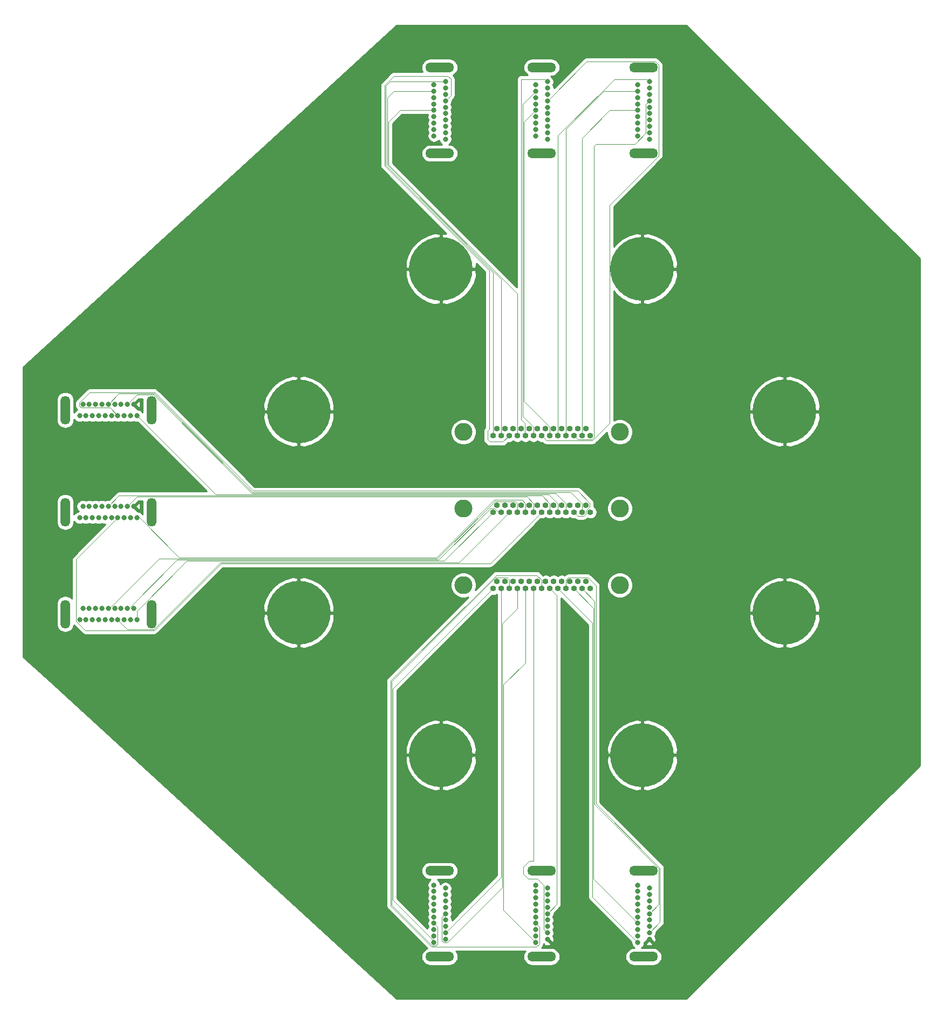
<source format=gbr>
%TF.GenerationSoftware,KiCad,Pcbnew,(5.1.9)-1*%
%TF.CreationDate,2021-08-09T12:21:21-06:00*%
%TF.ProjectId,VacuumFeedThruHDMI,56616375-756d-4466-9565-645468727548,rev?*%
%TF.SameCoordinates,Original*%
%TF.FileFunction,Copper,L2,Inr*%
%TF.FilePolarity,Positive*%
%FSLAX46Y46*%
G04 Gerber Fmt 4.6, Leading zero omitted, Abs format (unit mm)*
G04 Created by KiCad (PCBNEW (5.1.9)-1) date 2021-08-09 12:21:21*
%MOMM*%
%LPD*%
G01*
G04 APERTURE LIST*
%TA.AperFunction,ComponentPad*%
%ADD10O,2.810000X2.810000*%
%TD*%
%TA.AperFunction,ComponentPad*%
%ADD11O,0.920000X0.920000*%
%TD*%
%TA.AperFunction,ComponentPad*%
%ADD12O,4.500000X1.500000*%
%TD*%
%TA.AperFunction,ComponentPad*%
%ADD13C,0.800000*%
%TD*%
%TA.AperFunction,ComponentPad*%
%ADD14O,1.500000X4.500000*%
%TD*%
%TA.AperFunction,ComponentPad*%
%ADD15C,10.000000*%
%TD*%
%TA.AperFunction,Conductor*%
%ADD16C,0.090000*%
%TD*%
%TA.AperFunction,Conductor*%
%ADD17C,0.254000*%
%TD*%
%TA.AperFunction,Conductor*%
%ADD18C,0.100000*%
%TD*%
G04 APERTURE END LIST*
D10*
%TO.N,N/C*%
%TO.C,J12*%
X-12275000Y-11450000D03*
X12275000Y-11450000D03*
D11*
%TO.N,Net-(J12-Pad13)*%
X7620000Y-12000000D03*
%TO.N,Net-(J11-Pad12)*%
X6985000Y-10900000D03*
%TO.N,Net-(J11-Pad10)*%
X6350000Y-12000000D03*
%TO.N,Net-(J11-Pad9)*%
X5715000Y-10900000D03*
%TO.N,Net-(J11-Pad7)*%
X5080000Y-12000000D03*
%TO.N,Net-(J11-Pad6)*%
X4445000Y-10900000D03*
%TO.N,Net-(J11-Pad4)*%
X3810000Y-12000000D03*
%TO.N,Net-(J11-Pad3)*%
X3175000Y-10900000D03*
%TO.N,Net-(J11-Pad1)*%
X2540000Y-12000000D03*
%TO.N,Net-(J12-Pad21)*%
X1905000Y-10900000D03*
%TO.N,Net-(J12-Pad8)*%
X1270000Y-12000000D03*
%TO.N,Net-(J12-Pad20)*%
X635000Y-10900000D03*
%TO.N,Net-(J12-Pad7)*%
X0Y-12000000D03*
%TO.N,Net-(J12-Pad19)*%
X-635000Y-10900000D03*
%TO.N,Net-(J12-Pad6)*%
X-1270000Y-12000000D03*
%TO.N,Net-(J12-Pad18)*%
X-1905000Y-10900000D03*
%TO.N,Net-(J12-Pad5)*%
X-2540000Y-12000000D03*
%TO.N,Net-(J10-Pad12)*%
X-3175000Y-10900000D03*
%TO.N,Net-(J10-Pad10)*%
X-3810000Y-12000000D03*
%TO.N,Net-(J10-Pad9)*%
X-4445000Y-10900000D03*
%TO.N,Net-(J10-Pad7)*%
X-5080000Y-12000000D03*
%TO.N,Net-(J10-Pad6)*%
X-5715000Y-10900000D03*
%TO.N,Net-(J10-Pad4)*%
X-6350000Y-12000000D03*
%TO.N,Net-(J10-Pad3)*%
X-6985000Y-10900000D03*
%TO.N,Net-(J10-Pad1)*%
X-7620000Y-12000000D03*
%TD*%
D12*
%TO.N,N/C*%
%TO.C,J11*%
X16000000Y-56250000D03*
X16000000Y-69750000D03*
D13*
%TO.N,Net-(J11-Pad19)*%
X15100000Y-58500000D03*
%TO.N,Net-(J11-Pad18)*%
X16900000Y-59000000D03*
%TO.N,GND*%
X15100000Y-59500000D03*
%TO.N,Net-(J11-Pad16)*%
X16900000Y-60000000D03*
%TO.N,Net-(J11-Pad15)*%
X15100000Y-60500000D03*
%TO.N,Net-(J11-Pad14)*%
X16900000Y-61000000D03*
%TO.N,Net-(J11-Pad13)*%
X15100000Y-61500000D03*
%TO.N,Net-(J11-Pad12)*%
X16900000Y-62000000D03*
%TO.N,GND*%
X15100000Y-62500000D03*
%TO.N,Net-(J11-Pad10)*%
X16900000Y-63000000D03*
%TO.N,Net-(J11-Pad9)*%
X15100000Y-63500000D03*
%TO.N,GND*%
X16900000Y-64000000D03*
%TO.N,Net-(J11-Pad7)*%
X15100000Y-64500000D03*
%TO.N,Net-(J11-Pad6)*%
X16900000Y-65000000D03*
%TO.N,GND*%
X15100000Y-65500000D03*
%TO.N,Net-(J11-Pad4)*%
X16900000Y-66000000D03*
%TO.N,Net-(J11-Pad3)*%
X15100000Y-66500000D03*
%TO.N,GND*%
X16900000Y-67000000D03*
%TO.N,Net-(J11-Pad1)*%
X15100000Y-67500000D03*
%TD*%
D12*
%TO.N,N/C*%
%TO.C,J10*%
X-16000000Y-56250000D03*
X-16000000Y-69750000D03*
D13*
%TO.N,Net-(J10-Pad19)*%
X-16900000Y-58500000D03*
%TO.N,Net-(J10-Pad18)*%
X-15100000Y-59000000D03*
%TO.N,GND*%
X-16900000Y-59500000D03*
%TO.N,Net-(J10-Pad16)*%
X-15100000Y-60000000D03*
%TO.N,Net-(J10-Pad15)*%
X-16900000Y-60500000D03*
%TO.N,Net-(J10-Pad14)*%
X-15100000Y-61000000D03*
%TO.N,Net-(J10-Pad13)*%
X-16900000Y-61500000D03*
%TO.N,Net-(J10-Pad12)*%
X-15100000Y-62000000D03*
%TO.N,GND*%
X-16900000Y-62500000D03*
%TO.N,Net-(J10-Pad10)*%
X-15100000Y-63000000D03*
%TO.N,Net-(J10-Pad9)*%
X-16900000Y-63500000D03*
%TO.N,GND*%
X-15100000Y-64000000D03*
%TO.N,Net-(J10-Pad7)*%
X-16900000Y-64500000D03*
%TO.N,Net-(J10-Pad6)*%
X-15100000Y-65000000D03*
%TO.N,GND*%
X-16900000Y-65500000D03*
%TO.N,Net-(J10-Pad4)*%
X-15100000Y-66000000D03*
%TO.N,Net-(J10-Pad3)*%
X-16900000Y-66500000D03*
%TO.N,GND*%
X-15100000Y-67000000D03*
%TO.N,Net-(J10-Pad1)*%
X-16900000Y-67500000D03*
%TD*%
D12*
%TO.N,N/C*%
%TO.C,J9*%
X0Y-56250000D03*
X0Y-69750000D03*
D13*
%TO.N,Net-(J9-Pad19)*%
X-900000Y-58500000D03*
%TO.N,Net-(J9-Pad18)*%
X900000Y-59000000D03*
%TO.N,GND*%
X-900000Y-59500000D03*
%TO.N,Net-(J9-Pad16)*%
X900000Y-60000000D03*
%TO.N,Net-(J9-Pad15)*%
X-900000Y-60500000D03*
%TO.N,Net-(J9-Pad14)*%
X900000Y-61000000D03*
%TO.N,Net-(J9-Pad13)*%
X-900000Y-61500000D03*
%TO.N,Net-(J12-Pad21)*%
X900000Y-62000000D03*
%TO.N,GND*%
X-900000Y-62500000D03*
%TO.N,Net-(J12-Pad8)*%
X900000Y-63000000D03*
%TO.N,Net-(J12-Pad20)*%
X-900000Y-63500000D03*
%TO.N,GND*%
X900000Y-64000000D03*
%TO.N,Net-(J12-Pad7)*%
X-900000Y-64500000D03*
%TO.N,Net-(J12-Pad19)*%
X900000Y-65000000D03*
%TO.N,GND*%
X-900000Y-65500000D03*
%TO.N,Net-(J12-Pad6)*%
X900000Y-66000000D03*
%TO.N,Net-(J12-Pad18)*%
X-900000Y-66500000D03*
%TO.N,GND*%
X900000Y-67000000D03*
%TO.N,Net-(J12-Pad5)*%
X-900000Y-67500000D03*
%TD*%
D10*
%TO.N,N/C*%
%TO.C,J8*%
X-12275000Y12550000D03*
X12275000Y12550000D03*
D11*
%TO.N,Net-(J8-Pad13)*%
X7620000Y12000000D03*
%TO.N,Net-(J7-Pad12)*%
X6985000Y13100000D03*
%TO.N,Net-(J7-Pad10)*%
X6350000Y12000000D03*
%TO.N,Net-(J7-Pad9)*%
X5715000Y13100000D03*
%TO.N,Net-(J7-Pad7)*%
X5080000Y12000000D03*
%TO.N,Net-(J7-Pad6)*%
X4445000Y13100000D03*
%TO.N,Net-(J7-Pad4)*%
X3810000Y12000000D03*
%TO.N,Net-(J7-Pad3)*%
X3175000Y13100000D03*
%TO.N,Net-(J7-Pad1)*%
X2540000Y12000000D03*
%TO.N,Net-(J5-Pad12)*%
X1905000Y13100000D03*
%TO.N,Net-(J5-Pad10)*%
X1270000Y12000000D03*
%TO.N,Net-(J5-Pad9)*%
X635000Y13100000D03*
%TO.N,Net-(J5-Pad7)*%
X0Y12000000D03*
%TO.N,Net-(J5-Pad6)*%
X-635000Y13100000D03*
%TO.N,Net-(J5-Pad4)*%
X-1270000Y12000000D03*
%TO.N,Net-(J5-Pad3)*%
X-1905000Y13100000D03*
%TO.N,Net-(J5-Pad1)*%
X-2540000Y12000000D03*
%TO.N,Net-(J6-Pad12)*%
X-3175000Y13100000D03*
%TO.N,Net-(J6-Pad10)*%
X-3810000Y12000000D03*
%TO.N,Net-(J6-Pad9)*%
X-4445000Y13100000D03*
%TO.N,Net-(J6-Pad7)*%
X-5080000Y12000000D03*
%TO.N,Net-(J6-Pad6)*%
X-5715000Y13100000D03*
%TO.N,Net-(J6-Pad4)*%
X-6350000Y12000000D03*
%TO.N,Net-(J6-Pad3)*%
X-6985000Y13100000D03*
%TO.N,Net-(J6-Pad1)*%
X-7620000Y12000000D03*
%TD*%
D12*
%TO.N,N/C*%
%TO.C,J7*%
X16000000Y56250000D03*
X16000000Y69750000D03*
D13*
%TO.N,Net-(J7-Pad19)*%
X16900000Y58500000D03*
%TO.N,Net-(J7-Pad18)*%
X15100000Y59000000D03*
%TO.N,GND*%
X16900000Y59500000D03*
%TO.N,Net-(J7-Pad16)*%
X15100000Y60000000D03*
%TO.N,Net-(J7-Pad15)*%
X16900000Y60500000D03*
%TO.N,Net-(J7-Pad14)*%
X15100000Y61000000D03*
%TO.N,Net-(J7-Pad13)*%
X16900000Y61500000D03*
%TO.N,Net-(J7-Pad12)*%
X15100000Y62000000D03*
%TO.N,GND*%
X16900000Y62500000D03*
%TO.N,Net-(J7-Pad10)*%
X15100000Y63000000D03*
%TO.N,Net-(J7-Pad9)*%
X16900000Y63500000D03*
%TO.N,GND*%
X15100000Y64000000D03*
%TO.N,Net-(J7-Pad7)*%
X16900000Y64500000D03*
%TO.N,Net-(J7-Pad6)*%
X15100000Y65000000D03*
%TO.N,GND*%
X16900000Y65500000D03*
%TO.N,Net-(J7-Pad4)*%
X15100000Y66000000D03*
%TO.N,Net-(J7-Pad3)*%
X16900000Y66500000D03*
%TO.N,GND*%
X15100000Y67000000D03*
%TO.N,Net-(J7-Pad1)*%
X16900000Y67500000D03*
%TD*%
D12*
%TO.N,N/C*%
%TO.C,J6*%
X-16000000Y56250000D03*
X-16000000Y69750000D03*
D13*
%TO.N,Net-(J6-Pad19)*%
X-15100000Y58500000D03*
%TO.N,Net-(J6-Pad18)*%
X-16900000Y59000000D03*
%TO.N,GND*%
X-15100000Y59500000D03*
%TO.N,Net-(J6-Pad16)*%
X-16900000Y60000000D03*
%TO.N,Net-(J6-Pad15)*%
X-15100000Y60500000D03*
%TO.N,Net-(J6-Pad14)*%
X-16900000Y61000000D03*
%TO.N,Net-(J6-Pad13)*%
X-15100000Y61500000D03*
%TO.N,Net-(J6-Pad12)*%
X-16900000Y62000000D03*
%TO.N,GND*%
X-15100000Y62500000D03*
%TO.N,Net-(J6-Pad10)*%
X-16900000Y63000000D03*
%TO.N,Net-(J6-Pad9)*%
X-15100000Y63500000D03*
%TO.N,GND*%
X-16900000Y64000000D03*
%TO.N,Net-(J6-Pad7)*%
X-15100000Y64500000D03*
%TO.N,Net-(J6-Pad6)*%
X-16900000Y65000000D03*
%TO.N,GND*%
X-15100000Y65500000D03*
%TO.N,Net-(J6-Pad4)*%
X-16900000Y66000000D03*
%TO.N,Net-(J6-Pad3)*%
X-15100000Y66500000D03*
%TO.N,GND*%
X-16900000Y67000000D03*
%TO.N,Net-(J6-Pad1)*%
X-15100000Y67500000D03*
%TD*%
D12*
%TO.N,N/C*%
%TO.C,J5*%
X0Y56250000D03*
X0Y69750000D03*
D13*
%TO.N,Net-(J5-Pad19)*%
X900000Y58500000D03*
%TO.N,Net-(J5-Pad18)*%
X-900000Y59000000D03*
%TO.N,GND*%
X900000Y59500000D03*
%TO.N,Net-(J5-Pad16)*%
X-900000Y60000000D03*
%TO.N,Net-(J5-Pad15)*%
X900000Y60500000D03*
%TO.N,Net-(J5-Pad14)*%
X-900000Y61000000D03*
%TO.N,Net-(J5-Pad13)*%
X900000Y61500000D03*
%TO.N,Net-(J5-Pad12)*%
X-900000Y62000000D03*
%TO.N,GND*%
X900000Y62500000D03*
%TO.N,Net-(J5-Pad10)*%
X-900000Y63000000D03*
%TO.N,Net-(J5-Pad9)*%
X900000Y63500000D03*
%TO.N,GND*%
X-900000Y64000000D03*
%TO.N,Net-(J5-Pad7)*%
X900000Y64500000D03*
%TO.N,Net-(J5-Pad6)*%
X-900000Y65000000D03*
%TO.N,GND*%
X900000Y65500000D03*
%TO.N,Net-(J5-Pad4)*%
X-900000Y66000000D03*
%TO.N,Net-(J5-Pad3)*%
X900000Y66500000D03*
%TO.N,GND*%
X-900000Y67000000D03*
%TO.N,Net-(J5-Pad1)*%
X900000Y67500000D03*
%TD*%
D10*
%TO.N,N/C*%
%TO.C,J4*%
X-12275000Y550000D03*
X12275000Y550000D03*
D11*
%TO.N,Net-(J4-Pad13)*%
X7620000Y0D03*
%TO.N,Net-(J3-Pad12)*%
X6985000Y1100000D03*
%TO.N,Net-(J3-Pad10)*%
X6350000Y0D03*
%TO.N,Net-(J3-Pad9)*%
X5715000Y1100000D03*
%TO.N,Net-(J3-Pad7)*%
X5080000Y0D03*
%TO.N,Net-(J3-Pad6)*%
X4445000Y1100000D03*
%TO.N,Net-(J3-Pad4)*%
X3810000Y0D03*
%TO.N,Net-(J3-Pad3)*%
X3175000Y1100000D03*
%TO.N,Net-(J3-Pad1)*%
X2540000Y0D03*
%TO.N,Net-(J1-Pad12)*%
X1905000Y1100000D03*
%TO.N,Net-(J1-Pad10)*%
X1270000Y0D03*
%TO.N,Net-(J1-Pad9)*%
X635000Y1100000D03*
%TO.N,Net-(J1-Pad7)*%
X0Y0D03*
%TO.N,Net-(J1-Pad6)*%
X-635000Y1100000D03*
%TO.N,Net-(J1-Pad4)*%
X-1270000Y0D03*
%TO.N,Net-(J1-Pad3)*%
X-1905000Y1100000D03*
%TO.N,Net-(J1-Pad1)*%
X-2540000Y0D03*
%TO.N,Net-(J2-Pad12)*%
X-3175000Y1100000D03*
%TO.N,Net-(J2-Pad10)*%
X-3810000Y0D03*
%TO.N,Net-(J2-Pad9)*%
X-4445000Y1100000D03*
%TO.N,Net-(J2-Pad7)*%
X-5080000Y0D03*
%TO.N,Net-(J2-Pad6)*%
X-5715000Y1100000D03*
%TO.N,Net-(J2-Pad4)*%
X-6350000Y0D03*
%TO.N,Net-(J2-Pad3)*%
X-6985000Y1100000D03*
%TO.N,Net-(J2-Pad1)*%
X-7620000Y0D03*
%TD*%
D14*
%TO.N,N/C*%
%TO.C,J3*%
X-74750000Y16000000D03*
X-61250000Y16000000D03*
D13*
%TO.N,Net-(J3-Pad19)*%
X-72500000Y15100000D03*
%TO.N,Net-(J3-Pad18)*%
X-72000000Y16900000D03*
%TO.N,GND*%
X-71500000Y15100000D03*
%TO.N,Net-(J3-Pad16)*%
X-71000000Y16900000D03*
%TO.N,Net-(J3-Pad15)*%
X-70500000Y15100000D03*
%TO.N,Net-(J3-Pad14)*%
X-70000000Y16900000D03*
%TO.N,Net-(J3-Pad13)*%
X-69500000Y15100000D03*
%TO.N,Net-(J3-Pad12)*%
X-69000000Y16900000D03*
%TO.N,GND*%
X-68500000Y15100000D03*
%TO.N,Net-(J3-Pad10)*%
X-68000000Y16900000D03*
%TO.N,Net-(J3-Pad9)*%
X-67500000Y15100000D03*
%TO.N,GND*%
X-67000000Y16900000D03*
%TO.N,Net-(J3-Pad7)*%
X-66500000Y15100000D03*
%TO.N,Net-(J3-Pad6)*%
X-66000000Y16900000D03*
%TO.N,GND*%
X-65500000Y15100000D03*
%TO.N,Net-(J3-Pad4)*%
X-65000000Y16900000D03*
%TO.N,Net-(J3-Pad3)*%
X-64500000Y15100000D03*
%TO.N,GND*%
X-64000000Y16900000D03*
%TO.N,Net-(J3-Pad1)*%
X-63500000Y15100000D03*
%TD*%
D14*
%TO.N,N/C*%
%TO.C,J2*%
X-74750000Y-16000000D03*
X-61250000Y-16000000D03*
D13*
%TO.N,Net-(J2-Pad19)*%
X-72500000Y-16900000D03*
%TO.N,Net-(J2-Pad18)*%
X-72000000Y-15100000D03*
%TO.N,GND*%
X-71500000Y-16900000D03*
%TO.N,Net-(J2-Pad16)*%
X-71000000Y-15100000D03*
%TO.N,Net-(J2-Pad15)*%
X-70500000Y-16900000D03*
%TO.N,Net-(J2-Pad14)*%
X-70000000Y-15100000D03*
%TO.N,Net-(J2-Pad13)*%
X-69500000Y-16900000D03*
%TO.N,Net-(J2-Pad12)*%
X-69000000Y-15100000D03*
%TO.N,GND*%
X-68500000Y-16900000D03*
%TO.N,Net-(J2-Pad10)*%
X-68000000Y-15100000D03*
%TO.N,Net-(J2-Pad9)*%
X-67500000Y-16900000D03*
%TO.N,GND*%
X-67000000Y-15100000D03*
%TO.N,Net-(J2-Pad7)*%
X-66500000Y-16900000D03*
%TO.N,Net-(J2-Pad6)*%
X-66000000Y-15100000D03*
%TO.N,GND*%
X-65500000Y-16900000D03*
%TO.N,Net-(J2-Pad4)*%
X-65000000Y-15100000D03*
%TO.N,Net-(J2-Pad3)*%
X-64500000Y-16900000D03*
%TO.N,GND*%
X-64000000Y-15100000D03*
%TO.N,Net-(J2-Pad1)*%
X-63500000Y-16900000D03*
%TD*%
D14*
%TO.N,N/C*%
%TO.C,J1*%
X-74750000Y0D03*
X-61250000Y0D03*
D13*
%TO.N,Net-(J1-Pad19)*%
X-72500000Y-900000D03*
%TO.N,Net-(J1-Pad18)*%
X-72000000Y900000D03*
%TO.N,GND*%
X-71500000Y-900000D03*
%TO.N,Net-(J1-Pad16)*%
X-71000000Y900000D03*
%TO.N,Net-(J1-Pad15)*%
X-70500000Y-900000D03*
%TO.N,Net-(J1-Pad14)*%
X-70000000Y900000D03*
%TO.N,Net-(J1-Pad13)*%
X-69500000Y-900000D03*
%TO.N,Net-(J1-Pad12)*%
X-69000000Y900000D03*
%TO.N,GND*%
X-68500000Y-900000D03*
%TO.N,Net-(J1-Pad10)*%
X-68000000Y900000D03*
%TO.N,Net-(J1-Pad9)*%
X-67500000Y-900000D03*
%TO.N,GND*%
X-67000000Y900000D03*
%TO.N,Net-(J1-Pad7)*%
X-66500000Y-900000D03*
%TO.N,Net-(J1-Pad6)*%
X-66000000Y900000D03*
%TO.N,GND*%
X-65500000Y-900000D03*
%TO.N,Net-(J1-Pad4)*%
X-65000000Y900000D03*
%TO.N,Net-(J1-Pad3)*%
X-64500000Y-900000D03*
%TO.N,GND*%
X-64000000Y900000D03*
%TO.N,Net-(J1-Pad1)*%
X-63500000Y-900000D03*
%TD*%
D15*
%TO.N,GND*%
%TO.C,J13*%
X15795259Y-38133128D03*
X38133128Y-15795259D03*
X38133128Y15795259D03*
X15795259Y38133128D03*
X-15795259Y38133128D03*
X-38133128Y15795259D03*
X-38133128Y-15795259D03*
X-15795259Y-38133128D03*
%TD*%
D16*
%TO.N,Net-(J1-Pad10)*%
X-66334980Y2565020D02*
X-68000000Y900000D01*
X50582Y2565020D02*
X-66334980Y2565020D01*
X1270000Y1345602D02*
X50582Y2565020D01*
X1270000Y0D02*
X1270000Y1345602D01*
%TO.N,Net-(J1-Pad7)*%
X0Y0D02*
X-8050020Y-8050020D01*
X-8050020Y-8050020D02*
X-50293855Y-8050020D01*
X-73035001Y-17156801D02*
X-73035001Y-7435001D01*
X-71626782Y-18565020D02*
X-73035001Y-17156801D01*
X-60808855Y-18565020D02*
X-71626782Y-18565020D01*
X-73035001Y-7435001D02*
X-66500000Y-900000D01*
X-50293855Y-8050020D02*
X-60808855Y-18565020D01*
%TO.N,Net-(J1-Pad4)*%
X-63514990Y2385010D02*
X-65000000Y900000D01*
X-1270000Y1345602D02*
X-2309408Y2385010D01*
X-2309408Y2385010D02*
X-63514990Y2385010D01*
X-1270000Y0D02*
X-1270000Y1345602D01*
%TO.N,Net-(J1-Pad1)*%
X-3069409Y1875011D02*
X-7469561Y1875011D01*
X-2540000Y1345602D02*
X-3069409Y1875011D01*
X-2540000Y0D02*
X-2540000Y1345602D01*
X-7469561Y1875011D02*
X-16494542Y-7149970D01*
X-63101593Y-900000D02*
X-63500000Y-900000D01*
X-56851623Y-7149970D02*
X-63101593Y-900000D01*
X-16494542Y-7149970D02*
X-56851623Y-7149970D01*
%TO.N,Net-(J2-Pad1)*%
X-7620000Y0D02*
X-15310000Y-7690000D01*
X-63500000Y-15498407D02*
X-63500000Y-16900000D01*
X-55691593Y-7690000D02*
X-63500000Y-15498407D01*
X-15310000Y-7690000D02*
X-55691593Y-7690000D01*
%TO.N,Net-(J2-Pad4)*%
X-7334399Y595001D02*
X-8044999Y595001D01*
X-8044999Y595001D02*
X-16149990Y-7509990D01*
X-6739398Y0D02*
X-7334399Y595001D01*
X-6350000Y0D02*
X-6739398Y0D01*
X-64791802Y-15100000D02*
X-65000000Y-15100000D01*
X-57201792Y-7509990D02*
X-64791802Y-15100000D01*
X-16149990Y-7509990D02*
X-57201792Y-7509990D01*
%TO.N,Net-(J2-Pad7)*%
X-60883417Y-18385010D02*
X-65014990Y-18385010D01*
X-50368417Y-7870010D02*
X-60883417Y-18385010D01*
X-65014990Y-18385010D02*
X-66500000Y-16900000D01*
X-12950010Y-7870010D02*
X-50368417Y-7870010D01*
X-5080000Y0D02*
X-12950010Y-7870010D01*
%TO.N,Net-(J2-Pad10)*%
X-7394999Y1695001D02*
X-16419980Y-7329980D01*
X-4159399Y1695001D02*
X-7394999Y1695001D01*
X-3810000Y1345602D02*
X-4159399Y1695001D01*
X-3810000Y0D02*
X-3810000Y1345602D01*
X-67791802Y-15100000D02*
X-68000000Y-15100000D01*
X-60021782Y-7329980D02*
X-67791802Y-15100000D01*
X-16419980Y-7329980D02*
X-60021782Y-7329980D01*
%TO.N,Net-(J3-Pad1)*%
X2540000Y1345602D02*
X1140572Y2745030D01*
X2540000Y0D02*
X2540000Y1345602D01*
X-51145030Y2745030D02*
X-63500000Y15100000D01*
X1140572Y2745030D02*
X-51145030Y2745030D01*
%TO.N,Net-(J3-Pad4)*%
X3810000Y1345602D02*
X2205602Y2950000D01*
X3810000Y0D02*
X3810000Y1345602D01*
X-63514990Y18385010D02*
X-65000000Y16900000D01*
X-60883417Y18385010D02*
X-63514990Y18385010D01*
X-45448407Y2950000D02*
X-60883417Y18385010D01*
X2205602Y2950000D02*
X-45448407Y2950000D01*
%TO.N,Net-(J3-Pad7)*%
X7580001Y1385601D02*
X5655582Y3310020D01*
X7580001Y814399D02*
X7580001Y1385601D01*
X6945001Y179399D02*
X7580001Y814399D01*
X6945001Y-285601D02*
X6945001Y179399D01*
X6635601Y-595001D02*
X6945001Y-285601D01*
X5675001Y-595001D02*
X6635601Y-595001D01*
X5080000Y0D02*
X5675001Y-595001D01*
X-72256801Y16364999D02*
X-67764999Y16364999D01*
X-67764999Y16364999D02*
X-66500000Y15100000D01*
X-72535001Y17156801D02*
X-72535001Y16643199D01*
X-70946772Y18745030D02*
X-72535001Y17156801D01*
X-72535001Y16643199D02*
X-72256801Y16364999D01*
X-60734293Y18745030D02*
X-70946772Y18745030D01*
X-45299283Y3310020D02*
X-60734293Y18745030D01*
X5655582Y3310020D02*
X-45299283Y3310020D01*
%TO.N,Net-(J3-Pad10)*%
X6350000Y1345602D02*
X4565592Y3130010D01*
X6350000Y0D02*
X6350000Y1345602D01*
X-66334980Y18565020D02*
X-68000000Y16900000D01*
X-60808855Y18565020D02*
X-66334980Y18565020D01*
X-45373845Y3130010D02*
X-60808855Y18565020D01*
X4565592Y3130010D02*
X-45373845Y3130010D01*
%TO.N,Net-(J5-Pad1)*%
X-2579999Y12039999D02*
X-2540000Y12000000D01*
X-3200000Y14560000D02*
X-2579999Y13939999D01*
X-3200000Y67899998D02*
X-3200000Y14560000D01*
X500001Y67899999D02*
X-3200000Y67899998D01*
X-2579999Y13939999D02*
X-2579999Y12039999D01*
X900000Y67500000D02*
X500001Y67899999D01*
%TO.N,Net-(J5-Pad4)*%
X-1270000Y13345602D02*
X-2960000Y15035602D01*
X-1270000Y12000000D02*
X-1270000Y13345602D01*
X-2960000Y63940000D02*
X-900000Y66000000D01*
X-2960000Y15035602D02*
X-2960000Y63940000D01*
%TO.N,Net-(J5-Pad7)*%
X17866583Y70635010D02*
X7035010Y70635010D01*
X18385010Y70116583D02*
X17866583Y70635010D01*
X18385010Y55883417D02*
X18385010Y70116583D01*
X10660258Y48158665D02*
X18385010Y55883417D01*
X10660258Y13905084D02*
X10660258Y48158665D01*
X7035010Y70635010D02*
X900000Y64500000D01*
X775010Y11224990D02*
X7980164Y11224990D01*
X7980164Y11224990D02*
X10660258Y13905084D01*
X0Y12000000D02*
X775010Y11224990D01*
%TO.N,Net-(J5-Pad10)*%
X1270000Y13345602D02*
X-2760000Y17375602D01*
X1270000Y12000000D02*
X1270000Y13345602D01*
X-2760000Y61140000D02*
X-900000Y63000000D01*
X-2760000Y17375602D02*
X-2760000Y61140000D01*
%TO.N,Net-(J6-Pad10)*%
X-3810000Y12000000D02*
X-3810000Y34270704D01*
X-3810000Y34270704D02*
X-24010000Y54470704D01*
X-24010000Y54470704D02*
X-24010000Y61170000D01*
X-22180000Y63000000D02*
X-16900000Y63000000D01*
X-24010000Y61170000D02*
X-22180000Y63000000D01*
%TO.N,Net-(J6-Pad7)*%
X-24620009Y66944563D02*
X-23529571Y68035001D01*
X-5080000Y12000000D02*
X-5675001Y11404999D01*
X-15100000Y64500000D02*
X-14250000Y65350000D01*
X-23529571Y68035001D02*
X-23529571Y68040429D01*
X-23529571Y68040429D02*
X-23180000Y68390000D01*
X-23180000Y68390000D02*
X-14730000Y68390000D01*
X-14250000Y67910000D02*
X-14250000Y67380000D01*
X-14730000Y68390000D02*
X-14250000Y67910000D01*
X-14250000Y67380000D02*
X-14250000Y67441802D01*
X-14250000Y65350000D02*
X-14250000Y67380000D01*
X-24620009Y54303108D02*
X-24620009Y66944563D01*
X-8215001Y37898100D02*
X-24620009Y54303108D01*
X-5080000Y12000000D02*
X-6050000Y11030000D01*
X-6050000Y11030000D02*
X-8140000Y11030000D01*
X-8140000Y11030000D02*
X-8215001Y11105001D01*
X-8215001Y12994999D02*
X-8215001Y37898100D01*
X-8215001Y11105001D02*
X-8215001Y11115001D01*
X-8500000Y11400000D02*
X-8500000Y12710000D01*
X-8215001Y11115001D02*
X-8500000Y11400000D01*
X-8500000Y12710000D02*
X-8215001Y12994999D01*
%TO.N,Net-(J6-Pad4)*%
X-6350000Y12000000D02*
X-6350000Y36556132D01*
X-6350000Y36556132D02*
X-24250000Y54456132D01*
X-24250000Y54456132D02*
X-24250000Y64960000D01*
X-23210000Y66000000D02*
X-16900000Y66000000D01*
X-24250000Y64960000D02*
X-23210000Y66000000D01*
%TO.N,Net-(J6-Pad1)*%
X-7620000Y37557671D02*
X-24440000Y54377671D01*
X-7620000Y12000000D02*
X-7620000Y37557671D01*
X-24440000Y54377671D02*
X-24440000Y66870000D01*
X-15135001Y67535001D02*
X-15100000Y67500000D01*
X-23774999Y67535001D02*
X-15135001Y67535001D01*
X-24440000Y66870000D02*
X-23774999Y67535001D01*
%TO.N,Net-(J7-Pad10)*%
X6350000Y12000000D02*
X6350000Y58650000D01*
X10700000Y63000000D02*
X15100000Y63000000D01*
X6350000Y58650000D02*
X10700000Y63000000D01*
%TO.N,Net-(J7-Pad7)*%
X8215001Y11714399D02*
X8215001Y57384999D01*
X5675001Y11404999D02*
X7905601Y11404999D01*
X7905601Y11404999D02*
X8215001Y11714399D01*
X5080000Y12000000D02*
X5675001Y11404999D01*
X8215001Y57384999D02*
X8570002Y57740000D01*
X16364999Y63964999D02*
X16900000Y64500000D01*
X14631802Y57740000D02*
X16364999Y59473197D01*
X16364999Y59473197D02*
X16364999Y63964999D01*
X8570002Y57740000D02*
X14631802Y57740000D01*
%TO.N,Net-(J7-Pad4)*%
X3810000Y12000000D02*
X3810000Y60057021D01*
X9752979Y66000000D02*
X15100000Y66000000D01*
X3810000Y60057021D02*
X9752979Y66000000D01*
%TO.N,Net-(J7-Pad1)*%
X16500001Y67899999D02*
X16900000Y67500000D01*
X11398406Y67899999D02*
X16500001Y67899999D01*
X2540000Y59041593D02*
X11398406Y67899999D01*
X2540000Y12000000D02*
X2540000Y59041593D01*
%TO.N,Net-(J12-Pad8)*%
X2385010Y-61514990D02*
X900000Y-63000000D01*
X2385010Y-13115010D02*
X2385010Y-61514990D01*
X1270000Y-12000000D02*
X2385010Y-13115010D01*
%TO.N,Net-(J12-Pad7)*%
X-364999Y-67756801D02*
X-364999Y-65035001D01*
X-17231363Y-68215011D02*
X-823209Y-68215011D01*
X-23700019Y-61746355D02*
X-17231363Y-68215011D01*
X-23700020Y-26479846D02*
X-23700019Y-61746355D01*
X-7130173Y-9909999D02*
X-23700020Y-26479846D01*
X-823209Y-68215011D02*
X-364999Y-67756801D01*
X-744399Y-9909999D02*
X-7130173Y-9909999D01*
X-364999Y-65035001D02*
X-900000Y-64500000D01*
X0Y-10654398D02*
X-744399Y-9909999D01*
X0Y-12000000D02*
X0Y-10654398D01*
%TO.N,Net-(J12-Pad6)*%
X364999Y-58524999D02*
X364999Y-65464999D01*
X-640000Y-57520000D02*
X364999Y-58524999D01*
X-2070000Y-57520000D02*
X-640000Y-57520000D01*
X-2870000Y-56720000D02*
X-2070000Y-57520000D01*
X364999Y-65464999D02*
X900000Y-66000000D01*
X-2870000Y-55670000D02*
X-2870000Y-56720000D01*
X-1270000Y-54768407D02*
X-1968407Y-54768407D01*
X-1968407Y-54768407D02*
X-2870000Y-55670000D01*
X-1270000Y-12000000D02*
X-1270000Y-54768407D01*
%TO.N,Net-(J10-Pad1)*%
X-16900000Y-67291802D02*
X-16900000Y-67500000D01*
X-23340000Y-60851802D02*
X-16900000Y-67291802D01*
X-23340000Y-27720000D02*
X-23340000Y-60851802D01*
X-7620000Y-12000000D02*
X-23340000Y-27720000D01*
%TO.N,Net-(J10-Pad4)*%
X-6350000Y-57250000D02*
X-15100000Y-66000000D01*
X-6350000Y-12000000D02*
X-6350000Y-57250000D01*
%TO.N,Net-(J10-Pad7)*%
X-16364999Y-65035001D02*
X-16900000Y-64500000D01*
X-17156801Y-68035001D02*
X-16643199Y-68035001D01*
X-23520010Y-61671792D02*
X-17156801Y-68035001D01*
X-23520010Y-26554408D02*
X-23520010Y-61671792D01*
X-7270601Y-10304999D02*
X-23520010Y-26554408D01*
X-5429399Y-10304999D02*
X-7270601Y-10304999D01*
X-16364999Y-67756801D02*
X-16364999Y-65035001D01*
X-16643199Y-68035001D02*
X-16364999Y-67756801D01*
X-5080000Y-10654398D02*
X-5429399Y-10304999D01*
X-5080000Y-12000000D02*
X-5080000Y-10654398D01*
%TO.N,Net-(J10-Pad10)*%
X-15635001Y-67256801D02*
X-15635001Y-63535001D01*
X-15356801Y-67535001D02*
X-15635001Y-67256801D01*
X-14843199Y-67535001D02*
X-15356801Y-67535001D01*
X-6169990Y-58861792D02*
X-14843199Y-67535001D01*
X-6169990Y-17500000D02*
X-6169990Y-58861792D01*
X-3810000Y-15140010D02*
X-6169990Y-17500000D01*
X-15635001Y-63535001D02*
X-15100000Y-63000000D01*
X-3810000Y-12000000D02*
X-3810000Y-15140010D01*
%TO.N,Net-(J11-Pad1)*%
X2540000Y-12000000D02*
X7970000Y-17430000D01*
X7970000Y-60370000D02*
X15100000Y-67500000D01*
X7970000Y-17430000D02*
X7970000Y-60370000D01*
%TO.N,Net-(J11-Pad4)*%
X7270601Y-10304999D02*
X8520000Y-11554398D01*
X4159399Y-10304999D02*
X7270601Y-10304999D01*
X3810000Y-10654398D02*
X4159399Y-10304999D01*
X3810000Y-12000000D02*
X3810000Y-10654398D01*
X18565020Y-55808855D02*
X18565020Y-64334980D01*
X18565020Y-64334980D02*
X16900000Y-66000000D01*
X8520000Y-45763835D02*
X18565020Y-55808855D01*
X8520000Y-11554398D02*
X8520000Y-45763835D01*
%TO.N,Net-(J11-Pad7)*%
X8150010Y-15070010D02*
X8150010Y-57550010D01*
X8150010Y-57550010D02*
X15100000Y-64500000D01*
X5080000Y-12000000D02*
X8150010Y-15070010D01*
%TO.N,Net-(J11-Pad10)*%
X18385010Y-61514990D02*
X16900000Y-63000000D01*
X18385010Y-55883417D02*
X18385010Y-61514990D01*
X8330020Y-45828427D02*
X18385010Y-55883417D01*
X8330020Y-13980020D02*
X8330020Y-45828427D01*
X6350000Y-12000000D02*
X8330020Y-13980020D01*
%TO.N,Net-(J12-Pad5)*%
X-2540000Y-12000000D02*
X-2540000Y-23630020D01*
X-5989980Y-62410020D02*
X-900000Y-67500000D01*
X-5989980Y-27080000D02*
X-5989980Y-62410020D01*
X-2540000Y-23630020D02*
X-5989980Y-27080000D01*
%TD*%
D17*
%TO.N,GND*%
X59348001Y39729932D02*
X59348000Y-39729933D01*
X22729934Y-76348000D01*
X-22746671Y-76348000D01*
X-77232247Y-26479846D01*
X-24375271Y-26479846D01*
X-24372020Y-26512853D01*
X-24372018Y-61713338D01*
X-24375270Y-61746355D01*
X-24362295Y-61878090D01*
X-24333504Y-61973000D01*
X-24323869Y-62004762D01*
X-24261469Y-62121504D01*
X-24177493Y-62223830D01*
X-24151853Y-62244872D01*
X-17949371Y-68447355D01*
X-18029505Y-68471663D01*
X-18268721Y-68599527D01*
X-18478397Y-68771603D01*
X-18650473Y-68981279D01*
X-18778337Y-69220495D01*
X-18857075Y-69480061D01*
X-18883662Y-69750000D01*
X-18857075Y-70019939D01*
X-18778337Y-70279505D01*
X-18650473Y-70518721D01*
X-18478397Y-70728397D01*
X-18268721Y-70900473D01*
X-18029505Y-71028337D01*
X-17769939Y-71107075D01*
X-17567640Y-71127000D01*
X-14432360Y-71127000D01*
X-14230061Y-71107075D01*
X-13970495Y-71028337D01*
X-13731279Y-70900473D01*
X-13521603Y-70728397D01*
X-13349527Y-70518721D01*
X-13221663Y-70279505D01*
X-13142925Y-70019939D01*
X-13116338Y-69750000D01*
X-13142925Y-69480061D01*
X-13221663Y-69220495D01*
X-13349527Y-68981279D01*
X-13426890Y-68887011D01*
X-2573110Y-68887011D01*
X-2650473Y-68981279D01*
X-2778337Y-69220495D01*
X-2857075Y-69480061D01*
X-2883662Y-69750000D01*
X-2857075Y-70019939D01*
X-2778337Y-70279505D01*
X-2650473Y-70518721D01*
X-2478397Y-70728397D01*
X-2268721Y-70900473D01*
X-2029505Y-71028337D01*
X-1769939Y-71107075D01*
X-1567640Y-71127000D01*
X1567640Y-71127000D01*
X1769939Y-71107075D01*
X2029505Y-71028337D01*
X2268721Y-70900473D01*
X2478397Y-70728397D01*
X2650473Y-70518721D01*
X2778337Y-70279505D01*
X2857075Y-70019939D01*
X2883662Y-69750000D01*
X2857075Y-69480061D01*
X2778337Y-69220495D01*
X2650473Y-68981279D01*
X2478397Y-68771603D01*
X2268721Y-68599527D01*
X2029505Y-68471663D01*
X1769939Y-68392925D01*
X1567640Y-68373000D01*
X-30846Y-68373000D01*
X86840Y-68255314D01*
X112475Y-68234276D01*
X133517Y-68208637D01*
X150896Y-68187460D01*
X196452Y-68131950D01*
X258852Y-68015208D01*
X297277Y-67888536D01*
X304200Y-67818252D01*
X308880Y-67770728D01*
X373164Y-67706444D01*
X396019Y-67909736D01*
X583184Y-67990577D01*
X782523Y-68033351D01*
X986377Y-68036413D01*
X1186912Y-67999647D01*
X1376420Y-67924466D01*
X1403981Y-67909736D01*
X1426836Y-67706441D01*
X900000Y-67179605D01*
X885858Y-67193748D01*
X706253Y-67014143D01*
X710891Y-67009504D01*
X798849Y-67027000D01*
X1001151Y-67027000D01*
X1089109Y-67009504D01*
X1606441Y-67526836D01*
X1809736Y-67503981D01*
X1890577Y-67316816D01*
X1933351Y-67117477D01*
X1936413Y-66913623D01*
X1899647Y-66713088D01*
X1824466Y-66523580D01*
X1809736Y-66496019D01*
X1804152Y-66495391D01*
X1810115Y-66486467D01*
X1887533Y-66299565D01*
X1927000Y-66101151D01*
X1927000Y-65898849D01*
X1887533Y-65700435D01*
X1810115Y-65513533D01*
X1801073Y-65500000D01*
X1810115Y-65486467D01*
X1887533Y-65299565D01*
X1927000Y-65101151D01*
X1927000Y-64898849D01*
X1887533Y-64700435D01*
X1810115Y-64513533D01*
X1804152Y-64504609D01*
X1809736Y-64503981D01*
X1890577Y-64316816D01*
X1933351Y-64117477D01*
X1936413Y-63913623D01*
X1899647Y-63713088D01*
X1824466Y-63523580D01*
X1809736Y-63496019D01*
X1804152Y-63495391D01*
X1810115Y-63486467D01*
X1887533Y-63299565D01*
X1927000Y-63101151D01*
X1927000Y-62923351D01*
X2836845Y-62013507D01*
X2862485Y-61992465D01*
X2946461Y-61890139D01*
X3008861Y-61773397D01*
X3047286Y-61646725D01*
X3057010Y-61547997D01*
X3060261Y-61514991D01*
X3057010Y-61481983D01*
X3057010Y-13467361D01*
X7298000Y-17708352D01*
X7298001Y-60336983D01*
X7294749Y-60370000D01*
X7307724Y-60501735D01*
X7335529Y-60593395D01*
X7346150Y-60628407D01*
X7408550Y-60745149D01*
X7492526Y-60847475D01*
X7518166Y-60868517D01*
X14073000Y-67423352D01*
X14073000Y-67601151D01*
X14112467Y-67799565D01*
X14189885Y-67986467D01*
X14302277Y-68154674D01*
X14445326Y-68297723D01*
X14557986Y-68373000D01*
X14432360Y-68373000D01*
X14230061Y-68392925D01*
X13970495Y-68471663D01*
X13731279Y-68599527D01*
X13521603Y-68771603D01*
X13349527Y-68981279D01*
X13221663Y-69220495D01*
X13142925Y-69480061D01*
X13116338Y-69750000D01*
X13142925Y-70019939D01*
X13221663Y-70279505D01*
X13349527Y-70518721D01*
X13521603Y-70728397D01*
X13731279Y-70900473D01*
X13970495Y-71028337D01*
X14230061Y-71107075D01*
X14432360Y-71127000D01*
X17567640Y-71127000D01*
X17769939Y-71107075D01*
X18029505Y-71028337D01*
X18268721Y-70900473D01*
X18478397Y-70728397D01*
X18650473Y-70518721D01*
X18778337Y-70279505D01*
X18857075Y-70019939D01*
X18883662Y-69750000D01*
X18857075Y-69480061D01*
X18778337Y-69220495D01*
X18650473Y-68981279D01*
X18478397Y-68771603D01*
X18268721Y-68599527D01*
X18029505Y-68471663D01*
X17769939Y-68392925D01*
X17567640Y-68373000D01*
X15642014Y-68373000D01*
X15754674Y-68297723D01*
X15897723Y-68154674D01*
X16010115Y-67986467D01*
X16087533Y-67799565D01*
X16106056Y-67706441D01*
X16373164Y-67706441D01*
X16396019Y-67909736D01*
X16583184Y-67990577D01*
X16782523Y-68033351D01*
X16986377Y-68036413D01*
X17186912Y-67999647D01*
X17376420Y-67924466D01*
X17403981Y-67909736D01*
X17426836Y-67706441D01*
X16900000Y-67179605D01*
X16373164Y-67706441D01*
X16106056Y-67706441D01*
X16127000Y-67601151D01*
X16127000Y-67519353D01*
X16193559Y-67526836D01*
X16710891Y-67009504D01*
X16798849Y-67027000D01*
X17001151Y-67027000D01*
X17089109Y-67009504D01*
X17606441Y-67526836D01*
X17809736Y-67503981D01*
X17890577Y-67316816D01*
X17933351Y-67117477D01*
X17936413Y-66913623D01*
X17899647Y-66713088D01*
X17824466Y-66523580D01*
X17809736Y-66496019D01*
X17804152Y-66495391D01*
X17810115Y-66486467D01*
X17887533Y-66299565D01*
X17927000Y-66101151D01*
X17927000Y-65923351D01*
X19016855Y-64833497D01*
X19042495Y-64812455D01*
X19126471Y-64710129D01*
X19188871Y-64593387D01*
X19227296Y-64466715D01*
X19237020Y-64367987D01*
X19240271Y-64334980D01*
X19237020Y-64301973D01*
X19237020Y-55841862D01*
X19240271Y-55808855D01*
X19227296Y-55677119D01*
X19188871Y-55550449D01*
X19188871Y-55550448D01*
X19126471Y-55433706D01*
X19042494Y-55331380D01*
X19016854Y-55310338D01*
X9192000Y-45485484D01*
X9192000Y-39144115D01*
X10223980Y-39144115D01*
X10528264Y-40211592D01*
X11034956Y-41199195D01*
X11724584Y-42068970D01*
X12570646Y-42787493D01*
X13540628Y-43327151D01*
X14597254Y-43667206D01*
X14784272Y-43704407D01*
X15668259Y-43635177D01*
X15668259Y-38260128D01*
X15922259Y-38260128D01*
X15922259Y-43635177D01*
X16806246Y-43704407D01*
X17873723Y-43400123D01*
X18861326Y-42893431D01*
X19731101Y-42203803D01*
X20449624Y-41357741D01*
X20989282Y-40387759D01*
X21329337Y-39331133D01*
X21366538Y-39144115D01*
X21297308Y-38260128D01*
X15922259Y-38260128D01*
X15668259Y-38260128D01*
X10293210Y-38260128D01*
X10223980Y-39144115D01*
X9192000Y-39144115D01*
X9192000Y-37122141D01*
X10223980Y-37122141D01*
X10293210Y-38006128D01*
X15668259Y-38006128D01*
X15668259Y-32631079D01*
X15922259Y-32631079D01*
X15922259Y-38006128D01*
X21297308Y-38006128D01*
X21366538Y-37122141D01*
X21062254Y-36054664D01*
X20555562Y-35067061D01*
X19865934Y-34197286D01*
X19019872Y-33478763D01*
X18049890Y-32939105D01*
X16993264Y-32599050D01*
X16806246Y-32561849D01*
X15922259Y-32631079D01*
X15668259Y-32631079D01*
X14784272Y-32561849D01*
X13716795Y-32866133D01*
X12729192Y-33372825D01*
X11859417Y-34062453D01*
X11140894Y-34908515D01*
X10601236Y-35878497D01*
X10261181Y-36935123D01*
X10223980Y-37122141D01*
X9192000Y-37122141D01*
X9192000Y-16806246D01*
X32561849Y-16806246D01*
X32866133Y-17873723D01*
X33372825Y-18861326D01*
X34062453Y-19731101D01*
X34908515Y-20449624D01*
X35878497Y-20989282D01*
X36935123Y-21329337D01*
X37122141Y-21366538D01*
X38006128Y-21297308D01*
X38006128Y-15922259D01*
X38260128Y-15922259D01*
X38260128Y-21297308D01*
X39144115Y-21366538D01*
X40211592Y-21062254D01*
X41199195Y-20555562D01*
X42068970Y-19865934D01*
X42787493Y-19019872D01*
X43327151Y-18049890D01*
X43667206Y-16993264D01*
X43704407Y-16806246D01*
X43635177Y-15922259D01*
X38260128Y-15922259D01*
X38006128Y-15922259D01*
X32631079Y-15922259D01*
X32561849Y-16806246D01*
X9192000Y-16806246D01*
X9192000Y-14784272D01*
X32561849Y-14784272D01*
X32631079Y-15668259D01*
X38006128Y-15668259D01*
X38006128Y-10293210D01*
X38260128Y-10293210D01*
X38260128Y-15668259D01*
X43635177Y-15668259D01*
X43704407Y-14784272D01*
X43400123Y-13716795D01*
X42893431Y-12729192D01*
X42203803Y-11859417D01*
X41357741Y-11140894D01*
X40387759Y-10601236D01*
X39331133Y-10261181D01*
X39144115Y-10223980D01*
X38260128Y-10293210D01*
X38006128Y-10293210D01*
X37122141Y-10223980D01*
X36054664Y-10528264D01*
X35067061Y-11034956D01*
X34197286Y-11724584D01*
X33478763Y-12570646D01*
X32939105Y-13540628D01*
X32599050Y-14597254D01*
X32561849Y-14784272D01*
X9192000Y-14784272D01*
X9192000Y-11587405D01*
X9195251Y-11554397D01*
X9182276Y-11422662D01*
X9156510Y-11337724D01*
X9143851Y-11295991D01*
X9119197Y-11249865D01*
X10243000Y-11249865D01*
X10243000Y-11650135D01*
X10321089Y-12042713D01*
X10474265Y-12412513D01*
X10696643Y-12745325D01*
X10979675Y-13028357D01*
X11312487Y-13250735D01*
X11682287Y-13403911D01*
X12074865Y-13482000D01*
X12475135Y-13482000D01*
X12867713Y-13403911D01*
X13237513Y-13250735D01*
X13570325Y-13028357D01*
X13853357Y-12745325D01*
X14075735Y-12412513D01*
X14228911Y-12042713D01*
X14307000Y-11650135D01*
X14307000Y-11249865D01*
X14228911Y-10857287D01*
X14075735Y-10487487D01*
X13853357Y-10154675D01*
X13570325Y-9871643D01*
X13237513Y-9649265D01*
X12867713Y-9496089D01*
X12475135Y-9418000D01*
X12074865Y-9418000D01*
X11682287Y-9496089D01*
X11312487Y-9649265D01*
X10979675Y-9871643D01*
X10696643Y-10154675D01*
X10474265Y-10487487D01*
X10321089Y-10857287D01*
X10243000Y-11249865D01*
X9119197Y-11249865D01*
X9081451Y-11179249D01*
X8997474Y-11076923D01*
X8971839Y-11055885D01*
X7769122Y-9853169D01*
X7748076Y-9827524D01*
X7645750Y-9743548D01*
X7529008Y-9681148D01*
X7402336Y-9642723D01*
X7303608Y-9632999D01*
X7270601Y-9629748D01*
X7237594Y-9632999D01*
X4192406Y-9632999D01*
X4159399Y-9629748D01*
X4027663Y-9642723D01*
X3998426Y-9651592D01*
X3900992Y-9681148D01*
X3784250Y-9743548D01*
X3681924Y-9827524D01*
X3660877Y-9853170D01*
X3610300Y-9903747D01*
X3492066Y-9854772D01*
X3282060Y-9813000D01*
X3067940Y-9813000D01*
X2857934Y-9854772D01*
X2660112Y-9936713D01*
X2540000Y-10016970D01*
X2419888Y-9936713D01*
X2222066Y-9854772D01*
X2012060Y-9813000D01*
X1797940Y-9813000D01*
X1587934Y-9854772D01*
X1390112Y-9936713D01*
X1270000Y-10016970D01*
X1149888Y-9936713D01*
X952066Y-9854772D01*
X742060Y-9813000D01*
X527940Y-9813000D01*
X317934Y-9854772D01*
X199700Y-9903746D01*
X-245878Y-9458169D01*
X-266924Y-9432524D01*
X-369250Y-9348548D01*
X-485992Y-9286148D01*
X-612664Y-9247723D01*
X-711392Y-9237999D01*
X-744399Y-9234748D01*
X-777406Y-9237999D01*
X-7097169Y-9237999D01*
X-7130174Y-9234748D01*
X-7163179Y-9237999D01*
X-7163180Y-9237999D01*
X-7261908Y-9247723D01*
X-7388580Y-9286148D01*
X-7505322Y-9348548D01*
X-7607648Y-9432524D01*
X-7628695Y-9458170D01*
X-10397351Y-12226826D01*
X-10321089Y-12042713D01*
X-10243000Y-11650135D01*
X-10243000Y-11249865D01*
X-10321089Y-10857287D01*
X-10474265Y-10487487D01*
X-10696643Y-10154675D01*
X-10979675Y-9871643D01*
X-11312487Y-9649265D01*
X-11682287Y-9496089D01*
X-12074865Y-9418000D01*
X-12475135Y-9418000D01*
X-12867713Y-9496089D01*
X-13237513Y-9649265D01*
X-13570325Y-9871643D01*
X-13853357Y-10154675D01*
X-14075735Y-10487487D01*
X-14228911Y-10857287D01*
X-14307000Y-11249865D01*
X-14307000Y-11650135D01*
X-14228911Y-12042713D01*
X-14075735Y-12412513D01*
X-13853357Y-12745325D01*
X-13570325Y-13028357D01*
X-13237513Y-13250735D01*
X-12867713Y-13403911D01*
X-12475135Y-13482000D01*
X-12074865Y-13482000D01*
X-11682287Y-13403911D01*
X-11498174Y-13327649D01*
X-24151855Y-25981330D01*
X-24177495Y-26002372D01*
X-24261471Y-26104698D01*
X-24323871Y-26221440D01*
X-24346489Y-26296002D01*
X-24362296Y-26348111D01*
X-24375271Y-26479846D01*
X-77232247Y-26479846D01*
X-81348000Y-22712886D01*
X-81348000Y17567639D01*
X-76127000Y17567639D01*
X-76126999Y14432360D01*
X-76107074Y14230061D01*
X-76028336Y13970495D01*
X-75900472Y13731279D01*
X-75728396Y13521603D01*
X-75518720Y13349527D01*
X-75279504Y13221663D01*
X-75019938Y13142925D01*
X-74750000Y13116338D01*
X-74480061Y13142925D01*
X-74220495Y13221663D01*
X-73981279Y13349527D01*
X-73771603Y13521603D01*
X-73599527Y13731279D01*
X-73471663Y13970495D01*
X-73392925Y14230061D01*
X-73373000Y14432360D01*
X-73373000Y14557986D01*
X-73297723Y14445326D01*
X-73154674Y14302277D01*
X-72986467Y14189885D01*
X-72799565Y14112467D01*
X-72601151Y14073000D01*
X-72398849Y14073000D01*
X-72200435Y14112467D01*
X-72013533Y14189885D01*
X-72004609Y14195848D01*
X-72003981Y14190264D01*
X-71816816Y14109423D01*
X-71617477Y14066649D01*
X-71413623Y14063587D01*
X-71213088Y14100353D01*
X-71023580Y14175534D01*
X-70996019Y14190264D01*
X-70995391Y14195848D01*
X-70986467Y14189885D01*
X-70799565Y14112467D01*
X-70601151Y14073000D01*
X-70398849Y14073000D01*
X-70200435Y14112467D01*
X-70013533Y14189885D01*
X-70000000Y14198927D01*
X-69986467Y14189885D01*
X-69799565Y14112467D01*
X-69601151Y14073000D01*
X-69398849Y14073000D01*
X-69200435Y14112467D01*
X-69013533Y14189885D01*
X-69004609Y14195848D01*
X-69003981Y14190264D01*
X-68816816Y14109423D01*
X-68617477Y14066649D01*
X-68413623Y14063587D01*
X-68213088Y14100353D01*
X-68023580Y14175534D01*
X-67996019Y14190264D01*
X-67995391Y14195848D01*
X-67986467Y14189885D01*
X-67799565Y14112467D01*
X-67601151Y14073000D01*
X-67398849Y14073000D01*
X-67200435Y14112467D01*
X-67013533Y14189885D01*
X-67000000Y14198927D01*
X-66986467Y14189885D01*
X-66799565Y14112467D01*
X-66601151Y14073000D01*
X-66398849Y14073000D01*
X-66200435Y14112467D01*
X-66013533Y14189885D01*
X-66004609Y14195848D01*
X-66003981Y14190264D01*
X-65816816Y14109423D01*
X-65617477Y14066649D01*
X-65413623Y14063587D01*
X-65213088Y14100353D01*
X-65023580Y14175534D01*
X-64996019Y14190264D01*
X-64995391Y14195848D01*
X-64986467Y14189885D01*
X-64799565Y14112467D01*
X-64601151Y14073000D01*
X-64398849Y14073000D01*
X-64200435Y14112467D01*
X-64013533Y14189885D01*
X-64000000Y14198927D01*
X-63986467Y14189885D01*
X-63799565Y14112467D01*
X-63601151Y14073000D01*
X-63423351Y14073000D01*
X-52587372Y3237020D01*
X-66301973Y3237020D01*
X-66334980Y3240271D01*
X-66466716Y3227296D01*
X-66505141Y3215640D01*
X-66593387Y3188871D01*
X-66710129Y3126471D01*
X-66812455Y3042495D01*
X-66833497Y3016855D01*
X-67923351Y1927000D01*
X-68101151Y1927000D01*
X-68299565Y1887533D01*
X-68486467Y1810115D01*
X-68500000Y1801073D01*
X-68513533Y1810115D01*
X-68700435Y1887533D01*
X-68898849Y1927000D01*
X-69101151Y1927000D01*
X-69299565Y1887533D01*
X-69486467Y1810115D01*
X-69500000Y1801073D01*
X-69513533Y1810115D01*
X-69700435Y1887533D01*
X-69898849Y1927000D01*
X-70101151Y1927000D01*
X-70299565Y1887533D01*
X-70486467Y1810115D01*
X-70500000Y1801073D01*
X-70513533Y1810115D01*
X-70700435Y1887533D01*
X-70898849Y1927000D01*
X-71101151Y1927000D01*
X-71299565Y1887533D01*
X-71486467Y1810115D01*
X-71500000Y1801073D01*
X-71513533Y1810115D01*
X-71700435Y1887533D01*
X-71898849Y1927000D01*
X-72101151Y1927000D01*
X-72299565Y1887533D01*
X-72486467Y1810115D01*
X-72654674Y1697723D01*
X-72797723Y1554674D01*
X-72910115Y1386467D01*
X-72987533Y1199565D01*
X-73027000Y1001151D01*
X-73027000Y798849D01*
X-72987533Y600435D01*
X-72910115Y413533D01*
X-72797723Y245326D01*
X-72666415Y114018D01*
X-72799565Y87533D01*
X-72986467Y10115D01*
X-73154674Y-102277D01*
X-73297723Y-245326D01*
X-73373000Y-357986D01*
X-73373000Y1567640D01*
X-73392925Y1769939D01*
X-73471663Y2029505D01*
X-73599527Y2268721D01*
X-73771604Y2478397D01*
X-73981280Y2650473D01*
X-74220496Y2778337D01*
X-74480062Y2857075D01*
X-74750000Y2883662D01*
X-75019939Y2857075D01*
X-75279505Y2778337D01*
X-75518721Y2650473D01*
X-75728397Y2478396D01*
X-75900473Y2268720D01*
X-76028337Y2029504D01*
X-76107075Y1769938D01*
X-76127000Y1567639D01*
X-76126999Y-1567640D01*
X-76107074Y-1769939D01*
X-76028336Y-2029505D01*
X-75900472Y-2268721D01*
X-75728396Y-2478397D01*
X-75518720Y-2650473D01*
X-75279504Y-2778337D01*
X-75019938Y-2857075D01*
X-74750000Y-2883662D01*
X-74480061Y-2857075D01*
X-74220495Y-2778337D01*
X-73981279Y-2650473D01*
X-73771603Y-2478397D01*
X-73599527Y-2268721D01*
X-73471663Y-2029505D01*
X-73392925Y-1769939D01*
X-73373000Y-1567640D01*
X-73373000Y-1442014D01*
X-73297723Y-1554674D01*
X-73154674Y-1697723D01*
X-72986467Y-1810115D01*
X-72799565Y-1887533D01*
X-72601151Y-1927000D01*
X-72398849Y-1927000D01*
X-72200435Y-1887533D01*
X-72013533Y-1810115D01*
X-72004609Y-1804152D01*
X-72003981Y-1809736D01*
X-71816816Y-1890577D01*
X-71617477Y-1933351D01*
X-71413623Y-1936413D01*
X-71213088Y-1899647D01*
X-71023580Y-1824466D01*
X-70996019Y-1809736D01*
X-70995391Y-1804152D01*
X-70986467Y-1810115D01*
X-70799565Y-1887533D01*
X-70601151Y-1927000D01*
X-70398849Y-1927000D01*
X-70200435Y-1887533D01*
X-70013533Y-1810115D01*
X-70000000Y-1801073D01*
X-69986467Y-1810115D01*
X-69799565Y-1887533D01*
X-69601151Y-1927000D01*
X-69398849Y-1927000D01*
X-69200435Y-1887533D01*
X-69013533Y-1810115D01*
X-69004609Y-1804152D01*
X-69003981Y-1809736D01*
X-68816816Y-1890577D01*
X-68617477Y-1933351D01*
X-68485682Y-1935331D01*
X-73486835Y-6936484D01*
X-73512475Y-6957526D01*
X-73596451Y-7059852D01*
X-73658851Y-7176594D01*
X-73697277Y-7303266D01*
X-73710252Y-7435001D01*
X-73707000Y-7468018D01*
X-73707001Y-13600322D01*
X-73771604Y-13521603D01*
X-73981280Y-13349527D01*
X-74220496Y-13221663D01*
X-74480062Y-13142925D01*
X-74750000Y-13116338D01*
X-75019939Y-13142925D01*
X-75279505Y-13221663D01*
X-75518721Y-13349527D01*
X-75728397Y-13521604D01*
X-75900473Y-13731280D01*
X-76028337Y-13970496D01*
X-76107075Y-14230062D01*
X-76127000Y-14432361D01*
X-76126999Y-17567640D01*
X-76107074Y-17769939D01*
X-76028336Y-18029505D01*
X-75900472Y-18268721D01*
X-75728396Y-18478397D01*
X-75518720Y-18650473D01*
X-75279504Y-18778337D01*
X-75019938Y-18857075D01*
X-74750000Y-18883662D01*
X-74480061Y-18857075D01*
X-74220495Y-18778337D01*
X-73981279Y-18650473D01*
X-73771603Y-18478397D01*
X-73599527Y-18268721D01*
X-73471663Y-18029505D01*
X-73392925Y-17769939D01*
X-73391068Y-17751085D01*
X-72125304Y-19016849D01*
X-72104257Y-19042495D01*
X-72001931Y-19126471D01*
X-71885189Y-19188871D01*
X-71758517Y-19227296D01*
X-71659789Y-19237020D01*
X-71659788Y-19237020D01*
X-71626783Y-19240271D01*
X-71593778Y-19237020D01*
X-60841862Y-19237020D01*
X-60808855Y-19240271D01*
X-60775848Y-19237020D01*
X-60677120Y-19227296D01*
X-60550448Y-19188871D01*
X-60433706Y-19126471D01*
X-60331380Y-19042495D01*
X-60310333Y-19016849D01*
X-58099730Y-16806246D01*
X-43704407Y-16806246D01*
X-43400123Y-17873723D01*
X-42893431Y-18861326D01*
X-42203803Y-19731101D01*
X-41357741Y-20449624D01*
X-40387759Y-20989282D01*
X-39331133Y-21329337D01*
X-39144115Y-21366538D01*
X-38260128Y-21297308D01*
X-38260128Y-15922259D01*
X-38006128Y-15922259D01*
X-38006128Y-21297308D01*
X-37122141Y-21366538D01*
X-36054664Y-21062254D01*
X-35067061Y-20555562D01*
X-34197286Y-19865934D01*
X-33478763Y-19019872D01*
X-32939105Y-18049890D01*
X-32599050Y-16993264D01*
X-32561849Y-16806246D01*
X-32631079Y-15922259D01*
X-38006128Y-15922259D01*
X-38260128Y-15922259D01*
X-43635177Y-15922259D01*
X-43704407Y-16806246D01*
X-58099730Y-16806246D01*
X-56077756Y-14784272D01*
X-43704407Y-14784272D01*
X-43635177Y-15668259D01*
X-38260128Y-15668259D01*
X-38260128Y-10293210D01*
X-38006128Y-10293210D01*
X-38006128Y-15668259D01*
X-32631079Y-15668259D01*
X-32561849Y-14784272D01*
X-32866133Y-13716795D01*
X-33372825Y-12729192D01*
X-34062453Y-11859417D01*
X-34908515Y-11140894D01*
X-35878497Y-10601236D01*
X-36935123Y-10261181D01*
X-37122141Y-10223980D01*
X-38006128Y-10293210D01*
X-38260128Y-10293210D01*
X-39144115Y-10223980D01*
X-40211592Y-10528264D01*
X-41199195Y-11034956D01*
X-42068970Y-11724584D01*
X-42787493Y-12570646D01*
X-43327151Y-13540628D01*
X-43667206Y-14597254D01*
X-43704407Y-14784272D01*
X-56077756Y-14784272D01*
X-50015503Y-8722020D01*
X-8083027Y-8722020D01*
X-8050020Y-8725271D01*
X-8017013Y-8722020D01*
X-7918285Y-8712296D01*
X-7791613Y-8673871D01*
X-7674871Y-8611471D01*
X-7572545Y-8527495D01*
X-7551498Y-8501849D01*
X-131740Y-1082091D01*
X-107060Y-1087000D01*
X107060Y-1087000D01*
X317066Y-1045228D01*
X514888Y-963287D01*
X635000Y-883030D01*
X755112Y-963287D01*
X952934Y-1045228D01*
X1162940Y-1087000D01*
X1377060Y-1087000D01*
X1587066Y-1045228D01*
X1784888Y-963287D01*
X1905000Y-883030D01*
X2025112Y-963287D01*
X2222934Y-1045228D01*
X2432940Y-1087000D01*
X2647060Y-1087000D01*
X2857066Y-1045228D01*
X3054888Y-963287D01*
X3175000Y-883030D01*
X3295112Y-963287D01*
X3492934Y-1045228D01*
X3702940Y-1087000D01*
X3917060Y-1087000D01*
X4127066Y-1045228D01*
X4324888Y-963287D01*
X4445000Y-883030D01*
X4565112Y-963287D01*
X4762934Y-1045228D01*
X4972940Y-1087000D01*
X5187060Y-1087000D01*
X5209729Y-1082491D01*
X5299852Y-1156452D01*
X5416594Y-1218852D01*
X5543266Y-1257277D01*
X5641994Y-1267001D01*
X5641995Y-1267001D01*
X5675000Y-1270252D01*
X5708005Y-1267001D01*
X6602594Y-1267001D01*
X6635601Y-1270252D01*
X6668608Y-1267001D01*
X6767336Y-1257277D01*
X6894008Y-1218852D01*
X7010750Y-1156452D01*
X7113076Y-1072476D01*
X7134123Y-1046830D01*
X7184700Y-996253D01*
X7302934Y-1045228D01*
X7512940Y-1087000D01*
X7727060Y-1087000D01*
X7937066Y-1045228D01*
X8134888Y-963287D01*
X8312922Y-844328D01*
X8464328Y-692922D01*
X8583287Y-514888D01*
X8665228Y-317066D01*
X8707000Y-107060D01*
X8707000Y107060D01*
X8665228Y317066D01*
X8583287Y514888D01*
X8464328Y692922D01*
X8407115Y750135D01*
X10243000Y750135D01*
X10243000Y349865D01*
X10321089Y-42713D01*
X10474265Y-412513D01*
X10696643Y-745325D01*
X10979675Y-1028357D01*
X11312487Y-1250735D01*
X11682287Y-1403911D01*
X12074865Y-1482000D01*
X12475135Y-1482000D01*
X12867713Y-1403911D01*
X13237513Y-1250735D01*
X13570325Y-1028357D01*
X13853357Y-745325D01*
X14075735Y-412513D01*
X14228911Y-42713D01*
X14307000Y349865D01*
X14307000Y750135D01*
X14228911Y1142713D01*
X14075735Y1512513D01*
X13853357Y1845325D01*
X13570325Y2128357D01*
X13237513Y2350735D01*
X12867713Y2503911D01*
X12475135Y2582000D01*
X12074865Y2582000D01*
X11682287Y2503911D01*
X11312487Y2350735D01*
X10979675Y2128357D01*
X10696643Y1845325D01*
X10474265Y1512513D01*
X10321089Y1142713D01*
X10243000Y750135D01*
X8407115Y750135D01*
X8312922Y844328D01*
X8252001Y885034D01*
X8252001Y1352597D01*
X8255252Y1385602D01*
X8251551Y1423175D01*
X8242277Y1517336D01*
X8203852Y1644008D01*
X8141452Y1760750D01*
X8057476Y1863076D01*
X8031830Y1884123D01*
X6154104Y3761849D01*
X6133057Y3787495D01*
X6030731Y3871471D01*
X5913989Y3933871D01*
X5787317Y3972296D01*
X5688589Y3982020D01*
X5655582Y3985271D01*
X5622575Y3982020D01*
X-45020932Y3982020D01*
X-55823184Y14784272D01*
X-43704407Y14784272D01*
X-43400123Y13716795D01*
X-42893431Y12729192D01*
X-42203803Y11859417D01*
X-41357741Y11140894D01*
X-40387759Y10601236D01*
X-39331133Y10261181D01*
X-39144115Y10223980D01*
X-38260128Y10293210D01*
X-38260128Y15668259D01*
X-38006128Y15668259D01*
X-38006128Y10293210D01*
X-37122141Y10223980D01*
X-36054664Y10528264D01*
X-35067061Y11034956D01*
X-34197286Y11724584D01*
X-33478763Y12570646D01*
X-33378903Y12750135D01*
X-14307000Y12750135D01*
X-14307000Y12349865D01*
X-14228911Y11957287D01*
X-14075735Y11587487D01*
X-13853357Y11254675D01*
X-13570325Y10971643D01*
X-13237513Y10749265D01*
X-12867713Y10596089D01*
X-12475135Y10518000D01*
X-12074865Y10518000D01*
X-11682287Y10596089D01*
X-11312487Y10749265D01*
X-10979675Y10971643D01*
X-10696643Y11254675D01*
X-10474265Y11587487D01*
X-10321089Y11957287D01*
X-10243000Y12349865D01*
X-10243000Y12750135D01*
X-10321089Y13142713D01*
X-10474265Y13512513D01*
X-10696643Y13845325D01*
X-10979675Y14128357D01*
X-11312487Y14350735D01*
X-11682287Y14503911D01*
X-12074865Y14582000D01*
X-12475135Y14582000D01*
X-12867713Y14503911D01*
X-13237513Y14350735D01*
X-13570325Y14128357D01*
X-13853357Y13845325D01*
X-14075735Y13512513D01*
X-14228911Y13142713D01*
X-14307000Y12750135D01*
X-33378903Y12750135D01*
X-32939105Y13540628D01*
X-32599050Y14597254D01*
X-32561849Y14784272D01*
X-32631079Y15668259D01*
X-38006128Y15668259D01*
X-38260128Y15668259D01*
X-43635177Y15668259D01*
X-43704407Y14784272D01*
X-55823184Y14784272D01*
X-57845158Y16806246D01*
X-43704407Y16806246D01*
X-43635177Y15922259D01*
X-38260128Y15922259D01*
X-38260128Y21297308D01*
X-38006128Y21297308D01*
X-38006128Y15922259D01*
X-32631079Y15922259D01*
X-32561849Y16806246D01*
X-32866133Y17873723D01*
X-33372825Y18861326D01*
X-34062453Y19731101D01*
X-34908515Y20449624D01*
X-35878497Y20989282D01*
X-36935123Y21329337D01*
X-37122141Y21366538D01*
X-38006128Y21297308D01*
X-38260128Y21297308D01*
X-39144115Y21366538D01*
X-40211592Y21062254D01*
X-41199195Y20555562D01*
X-42068970Y19865934D01*
X-42787493Y19019872D01*
X-43327151Y18049890D01*
X-43667206Y16993264D01*
X-43704407Y16806246D01*
X-57845158Y16806246D01*
X-60235771Y19196859D01*
X-60256818Y19222505D01*
X-60359144Y19306481D01*
X-60475886Y19368881D01*
X-60602558Y19407306D01*
X-60701286Y19417030D01*
X-60734293Y19420281D01*
X-60767300Y19417030D01*
X-70913765Y19417030D01*
X-70946772Y19420281D01*
X-71078508Y19407306D01*
X-71116933Y19395650D01*
X-71205179Y19368881D01*
X-71321921Y19306481D01*
X-71424247Y19222505D01*
X-71445289Y19196865D01*
X-72986835Y17655318D01*
X-73012476Y17634275D01*
X-73096452Y17531949D01*
X-73158852Y17415207D01*
X-73178075Y17351836D01*
X-73197277Y17288536D01*
X-73210252Y17156801D01*
X-73207001Y17123794D01*
X-73207001Y16676206D01*
X-73210252Y16643199D01*
X-73207001Y16610192D01*
X-73197277Y16511464D01*
X-73158852Y16384792D01*
X-73096452Y16268050D01*
X-73012475Y16165724D01*
X-72986835Y16144682D01*
X-72891574Y16049421D01*
X-72986467Y16010115D01*
X-73154674Y15897723D01*
X-73297723Y15754674D01*
X-73373000Y15642014D01*
X-73373000Y17567640D01*
X-73392925Y17769939D01*
X-73471663Y18029505D01*
X-73599527Y18268721D01*
X-73771604Y18478397D01*
X-73981280Y18650473D01*
X-74220496Y18778337D01*
X-74480062Y18857075D01*
X-74750000Y18883662D01*
X-75019939Y18857075D01*
X-75279505Y18778337D01*
X-75518721Y18650473D01*
X-75728397Y18478396D01*
X-75900473Y18268720D01*
X-76028337Y18029504D01*
X-76107075Y17769938D01*
X-76127000Y17567639D01*
X-81348000Y17567639D01*
X-81348000Y22712886D01*
X-65604555Y37122141D01*
X-21366538Y37122141D01*
X-21062254Y36054664D01*
X-20555562Y35067061D01*
X-19865934Y34197286D01*
X-19019872Y33478763D01*
X-18049890Y32939105D01*
X-16993264Y32599050D01*
X-16806246Y32561849D01*
X-15922259Y32631079D01*
X-15922259Y38006128D01*
X-15668259Y38006128D01*
X-15668259Y32631079D01*
X-14784272Y32561849D01*
X-13716795Y32866133D01*
X-12729192Y33372825D01*
X-11859417Y34062453D01*
X-11140894Y34908515D01*
X-10601236Y35878497D01*
X-10261181Y36935123D01*
X-10223980Y37122141D01*
X-10293210Y38006128D01*
X-15668259Y38006128D01*
X-15922259Y38006128D01*
X-21297308Y38006128D01*
X-21366538Y37122141D01*
X-65604555Y37122141D01*
X-63395362Y39144115D01*
X-21366538Y39144115D01*
X-21297308Y38260128D01*
X-15922259Y38260128D01*
X-15922259Y43635177D01*
X-16806246Y43704407D01*
X-17873723Y43400123D01*
X-18861326Y42893431D01*
X-19731101Y42203803D01*
X-20449624Y41357741D01*
X-20989282Y40387759D01*
X-21329337Y39331133D01*
X-21366538Y39144115D01*
X-63395362Y39144115D01*
X-33020797Y66944563D01*
X-25295260Y66944563D01*
X-25292008Y66911546D01*
X-25292009Y54336115D01*
X-25295260Y54303108D01*
X-25284880Y54197725D01*
X-25282285Y54171374D01*
X-25243860Y54044702D01*
X-25181460Y53927960D01*
X-25097484Y53825634D01*
X-25071843Y53804591D01*
X-14958050Y43690797D01*
X-15668259Y43635177D01*
X-15668259Y38439736D01*
X-15781118Y38326877D01*
X-15601510Y38147269D01*
X-15488651Y38260128D01*
X-10293210Y38260128D01*
X-10237590Y38970337D01*
X-8887000Y37619747D01*
X-8887001Y13273350D01*
X-8951833Y13208518D01*
X-8977474Y13187475D01*
X-8998515Y13161836D01*
X-9061450Y13085149D01*
X-9123850Y12968407D01*
X-9162276Y12841735D01*
X-9175251Y12710000D01*
X-9171999Y12676983D01*
X-9172000Y11433008D01*
X-9175251Y11400000D01*
X-9169117Y11337724D01*
X-9162276Y11268266D01*
X-9123851Y11141594D01*
X-9061451Y11024852D01*
X-8977475Y10922526D01*
X-8951833Y10901482D01*
X-8759285Y10708935D01*
X-8692476Y10627527D01*
X-8666832Y10606482D01*
X-8638524Y10578174D01*
X-8617475Y10552525D01*
X-8515149Y10468549D01*
X-8398407Y10406149D01*
X-8271735Y10367724D01*
X-8173007Y10358000D01*
X-8173006Y10358000D01*
X-8140001Y10354749D01*
X-8106996Y10358000D01*
X-6083007Y10358000D01*
X-6050000Y10354749D01*
X-6016993Y10358000D01*
X-5918265Y10367724D01*
X-5791593Y10406149D01*
X-5674851Y10468549D01*
X-5572525Y10552525D01*
X-5551479Y10578170D01*
X-5211740Y10917909D01*
X-5187060Y10913000D01*
X-4972940Y10913000D01*
X-4762934Y10954772D01*
X-4565112Y11036713D01*
X-4445000Y11116970D01*
X-4324888Y11036713D01*
X-4127066Y10954772D01*
X-3917060Y10913000D01*
X-3702940Y10913000D01*
X-3492934Y10954772D01*
X-3295112Y11036713D01*
X-3175000Y11116970D01*
X-3054888Y11036713D01*
X-2857066Y10954772D01*
X-2647060Y10913000D01*
X-2432940Y10913000D01*
X-2222934Y10954772D01*
X-2025112Y11036713D01*
X-1905000Y11116970D01*
X-1784888Y11036713D01*
X-1587066Y10954772D01*
X-1377060Y10913000D01*
X-1162940Y10913000D01*
X-952934Y10954772D01*
X-755112Y11036713D01*
X-635000Y11116970D01*
X-514888Y11036713D01*
X-317066Y10954772D01*
X-107060Y10913000D01*
X107060Y10913000D01*
X131739Y10917909D01*
X276493Y10773155D01*
X297535Y10747515D01*
X399861Y10663539D01*
X516603Y10601139D01*
X604849Y10574370D01*
X643274Y10562714D01*
X775010Y10549739D01*
X808017Y10552990D01*
X7947157Y10552990D01*
X7980164Y10549739D01*
X8013171Y10552990D01*
X8111899Y10562714D01*
X8238571Y10601139D01*
X8355313Y10663539D01*
X8457639Y10747515D01*
X8478686Y10773161D01*
X10243000Y12537474D01*
X10243000Y12349865D01*
X10321089Y11957287D01*
X10474265Y11587487D01*
X10696643Y11254675D01*
X10979675Y10971643D01*
X11312487Y10749265D01*
X11682287Y10596089D01*
X12074865Y10518000D01*
X12475135Y10518000D01*
X12867713Y10596089D01*
X13237513Y10749265D01*
X13570325Y10971643D01*
X13853357Y11254675D01*
X14075735Y11587487D01*
X14228911Y11957287D01*
X14307000Y12349865D01*
X14307000Y12750135D01*
X14228911Y13142713D01*
X14075735Y13512513D01*
X13853357Y13845325D01*
X13570325Y14128357D01*
X13237513Y14350735D01*
X12867713Y14503911D01*
X12475135Y14582000D01*
X12074865Y14582000D01*
X11682287Y14503911D01*
X11332258Y14358924D01*
X11332258Y14784272D01*
X32561849Y14784272D01*
X32866133Y13716795D01*
X33372825Y12729192D01*
X34062453Y11859417D01*
X34908515Y11140894D01*
X35878497Y10601236D01*
X36935123Y10261181D01*
X37122141Y10223980D01*
X38006128Y10293210D01*
X38006128Y15668259D01*
X38260128Y15668259D01*
X38260128Y10293210D01*
X39144115Y10223980D01*
X40211592Y10528264D01*
X41199195Y11034956D01*
X42068970Y11724584D01*
X42787493Y12570646D01*
X43327151Y13540628D01*
X43667206Y14597254D01*
X43704407Y14784272D01*
X43635177Y15668259D01*
X38260128Y15668259D01*
X38006128Y15668259D01*
X32631079Y15668259D01*
X32561849Y14784272D01*
X11332258Y14784272D01*
X11332258Y16806246D01*
X32561849Y16806246D01*
X32631079Y15922259D01*
X38006128Y15922259D01*
X38006128Y21297308D01*
X38260128Y21297308D01*
X38260128Y15922259D01*
X43635177Y15922259D01*
X43704407Y16806246D01*
X43400123Y17873723D01*
X42893431Y18861326D01*
X42203803Y19731101D01*
X41357741Y20449624D01*
X40387759Y20989282D01*
X39331133Y21329337D01*
X39144115Y21366538D01*
X38260128Y21297308D01*
X38006128Y21297308D01*
X37122141Y21366538D01*
X36054664Y21062254D01*
X35067061Y20555562D01*
X34197286Y19865934D01*
X33478763Y19019872D01*
X32939105Y18049890D01*
X32599050Y16993264D01*
X32561849Y16806246D01*
X11332258Y16806246D01*
X11332258Y34692097D01*
X11724584Y34197286D01*
X12570646Y33478763D01*
X13540628Y32939105D01*
X14597254Y32599050D01*
X14784272Y32561849D01*
X15668259Y32631079D01*
X15668259Y38006128D01*
X15922259Y38006128D01*
X15922259Y32631079D01*
X16806246Y32561849D01*
X17873723Y32866133D01*
X18861326Y33372825D01*
X19731101Y34062453D01*
X20449624Y34908515D01*
X20989282Y35878497D01*
X21329337Y36935123D01*
X21366538Y37122141D01*
X21297308Y38006128D01*
X15922259Y38006128D01*
X15668259Y38006128D01*
X11332258Y38006128D01*
X11332258Y38260128D01*
X15668259Y38260128D01*
X15668259Y43635177D01*
X15922259Y43635177D01*
X15922259Y38260128D01*
X21297308Y38260128D01*
X21366538Y39144115D01*
X21062254Y40211592D01*
X20555562Y41199195D01*
X19865934Y42068970D01*
X19019872Y42787493D01*
X18049890Y43327151D01*
X16993264Y43667206D01*
X16806246Y43704407D01*
X15922259Y43635177D01*
X15668259Y43635177D01*
X14784272Y43704407D01*
X13716795Y43400123D01*
X12729192Y42893431D01*
X11859417Y42203803D01*
X11332258Y41583072D01*
X11332258Y47880314D01*
X18836849Y55384904D01*
X18862484Y55405942D01*
X18946461Y55508268D01*
X19008861Y55625010D01*
X19047286Y55751682D01*
X19057010Y55850410D01*
X19057010Y55850411D01*
X19060261Y55883416D01*
X19057010Y55916424D01*
X19057010Y70083579D01*
X19060261Y70116584D01*
X19053702Y70183174D01*
X19047286Y70248318D01*
X19008861Y70374990D01*
X18946461Y70491732D01*
X18862485Y70594058D01*
X18836839Y70615105D01*
X18365105Y71086839D01*
X18344058Y71112485D01*
X18241732Y71196461D01*
X18124990Y71258861D01*
X17998318Y71297286D01*
X17899590Y71307010D01*
X17866583Y71310261D01*
X17833576Y71307010D01*
X7068014Y71307010D01*
X7035009Y71310261D01*
X7002004Y71307010D01*
X7002003Y71307010D01*
X6903275Y71297286D01*
X6776603Y71258861D01*
X6659861Y71196461D01*
X6557535Y71112485D01*
X6536488Y71086839D01*
X1927000Y66477351D01*
X1927000Y66601151D01*
X1887533Y66799565D01*
X1810115Y66986467D01*
X1801073Y67000000D01*
X1810115Y67013533D01*
X1887533Y67200435D01*
X1927000Y67398849D01*
X1927000Y67601151D01*
X1887533Y67799565D01*
X1810115Y67986467D01*
X1697723Y68154674D01*
X1554674Y68297723D01*
X1442014Y68373000D01*
X1567640Y68373000D01*
X1769939Y68392925D01*
X2029505Y68471663D01*
X2268721Y68599527D01*
X2478397Y68771603D01*
X2650473Y68981279D01*
X2778337Y69220495D01*
X2857075Y69480061D01*
X2883662Y69750000D01*
X2857075Y70019939D01*
X2778337Y70279505D01*
X2650473Y70518721D01*
X2478397Y70728397D01*
X2268721Y70900473D01*
X2029505Y71028337D01*
X1769939Y71107075D01*
X1567640Y71127000D01*
X-1567640Y71127000D01*
X-1769939Y71107075D01*
X-2029505Y71028337D01*
X-2268721Y70900473D01*
X-2478397Y70728397D01*
X-2650473Y70518721D01*
X-2778337Y70279505D01*
X-2857075Y70019939D01*
X-2883662Y69750000D01*
X-2857075Y69480061D01*
X-2778337Y69220495D01*
X-2650473Y68981279D01*
X-2478397Y68771603D01*
X-2268721Y68599527D01*
X-2217217Y68571998D01*
X-3166983Y68571997D01*
X-3200000Y68575249D01*
X-3331735Y68562274D01*
X-3458407Y68523849D01*
X-3575149Y68461449D01*
X-3677475Y68377472D01*
X-3761451Y68275146D01*
X-3823851Y68158404D01*
X-3862276Y68031732D01*
X-3872000Y67933004D01*
X-3872000Y67932997D01*
X-3875250Y67899998D01*
X-3872000Y67867001D01*
X-3871999Y35283055D01*
X-23338000Y54749055D01*
X-23338000Y60891649D01*
X-21901648Y62328000D01*
X-17875755Y62328000D01*
X-17887533Y62299565D01*
X-17927000Y62101151D01*
X-17927000Y61898849D01*
X-17887533Y61700435D01*
X-17810115Y61513533D01*
X-17801073Y61500000D01*
X-17810115Y61486467D01*
X-17887533Y61299565D01*
X-17927000Y61101151D01*
X-17927000Y60898849D01*
X-17887533Y60700435D01*
X-17810115Y60513533D01*
X-17801073Y60500000D01*
X-17810115Y60486467D01*
X-17887533Y60299565D01*
X-17927000Y60101151D01*
X-17927000Y59898849D01*
X-17887533Y59700435D01*
X-17810115Y59513533D01*
X-17801073Y59500000D01*
X-17810115Y59486467D01*
X-17887533Y59299565D01*
X-17927000Y59101151D01*
X-17927000Y58898849D01*
X-17887533Y58700435D01*
X-17810115Y58513533D01*
X-17697723Y58345326D01*
X-17554674Y58202277D01*
X-17386467Y58089885D01*
X-17199565Y58012467D01*
X-17001151Y57973000D01*
X-16798849Y57973000D01*
X-16600435Y58012467D01*
X-16413533Y58089885D01*
X-16245326Y58202277D01*
X-16114018Y58333585D01*
X-16087533Y58200435D01*
X-16010115Y58013533D01*
X-15897723Y57845326D01*
X-15754674Y57702277D01*
X-15642014Y57627000D01*
X-17567640Y57627000D01*
X-17769939Y57607075D01*
X-18029505Y57528337D01*
X-18268721Y57400473D01*
X-18478397Y57228397D01*
X-18650473Y57018721D01*
X-18778337Y56779505D01*
X-18857075Y56519939D01*
X-18883662Y56250000D01*
X-18857075Y55980061D01*
X-18778337Y55720495D01*
X-18650473Y55481279D01*
X-18478397Y55271603D01*
X-18268721Y55099527D01*
X-18029505Y54971663D01*
X-17769939Y54892925D01*
X-17567640Y54873000D01*
X-14432360Y54873000D01*
X-14230061Y54892925D01*
X-13970495Y54971663D01*
X-13731279Y55099527D01*
X-13521603Y55271603D01*
X-13349527Y55481279D01*
X-13221663Y55720495D01*
X-13142925Y55980061D01*
X-13116338Y56250000D01*
X-13142925Y56519939D01*
X-13221663Y56779505D01*
X-13349527Y57018721D01*
X-13521603Y57228397D01*
X-13731279Y57400473D01*
X-13970495Y57528337D01*
X-14230061Y57607075D01*
X-14432360Y57627000D01*
X-14557986Y57627000D01*
X-14445326Y57702277D01*
X-14302277Y57845326D01*
X-14189885Y58013533D01*
X-14112467Y58200435D01*
X-14073000Y58398849D01*
X-14073000Y58601151D01*
X-14112467Y58799565D01*
X-14189885Y58986467D01*
X-14195848Y58995391D01*
X-14190264Y58996019D01*
X-14109423Y59183184D01*
X-14066649Y59382523D01*
X-14063587Y59586377D01*
X-14100353Y59786912D01*
X-14175534Y59976420D01*
X-14190264Y60003981D01*
X-14195848Y60004609D01*
X-14189885Y60013533D01*
X-14112467Y60200435D01*
X-14073000Y60398849D01*
X-14073000Y60601151D01*
X-14112467Y60799565D01*
X-14189885Y60986467D01*
X-14198927Y61000000D01*
X-14189885Y61013533D01*
X-14112467Y61200435D01*
X-14073000Y61398849D01*
X-14073000Y61601151D01*
X-14112467Y61799565D01*
X-14189885Y61986467D01*
X-14195848Y61995391D01*
X-14190264Y61996019D01*
X-14109423Y62183184D01*
X-14066649Y62382523D01*
X-14063587Y62586377D01*
X-14100353Y62786912D01*
X-14175534Y62976420D01*
X-14190264Y63003981D01*
X-14195848Y63004609D01*
X-14189885Y63013533D01*
X-14112467Y63200435D01*
X-14073000Y63398849D01*
X-14073000Y63601151D01*
X-14112467Y63799565D01*
X-14189885Y63986467D01*
X-14198927Y64000000D01*
X-14189885Y64013533D01*
X-14112467Y64200435D01*
X-14073000Y64398849D01*
X-14073000Y64576649D01*
X-13798166Y64851483D01*
X-13772526Y64872525D01*
X-13688549Y64974851D01*
X-13626149Y65091593D01*
X-13587724Y65218265D01*
X-13579716Y65299565D01*
X-13574749Y65350000D01*
X-13578000Y65383007D01*
X-13578000Y67876993D01*
X-13574749Y67910000D01*
X-13587724Y68041736D01*
X-13610571Y68117053D01*
X-13626149Y68168407D01*
X-13688549Y68285149D01*
X-13772526Y68387475D01*
X-13798166Y68408517D01*
X-13899343Y68509694D01*
X-13731279Y68599527D01*
X-13521603Y68771603D01*
X-13349527Y68981279D01*
X-13221663Y69220495D01*
X-13142925Y69480061D01*
X-13116338Y69750000D01*
X-13142925Y70019939D01*
X-13221663Y70279505D01*
X-13349527Y70518721D01*
X-13521603Y70728397D01*
X-13731279Y70900473D01*
X-13970495Y71028337D01*
X-14230061Y71107075D01*
X-14432360Y71127000D01*
X-17567640Y71127000D01*
X-17769939Y71107075D01*
X-18029505Y71028337D01*
X-18268721Y70900473D01*
X-18478397Y70728397D01*
X-18650473Y70518721D01*
X-18778337Y70279505D01*
X-18857075Y70019939D01*
X-18883662Y69750000D01*
X-18857075Y69480061D01*
X-18778337Y69220495D01*
X-18693619Y69062000D01*
X-23146993Y69062000D01*
X-23180001Y69065251D01*
X-23311736Y69052276D01*
X-23350161Y69040620D01*
X-23438407Y69013851D01*
X-23555149Y68951451D01*
X-23657475Y68867475D01*
X-23678522Y68841829D01*
X-23981405Y68538946D01*
X-24007045Y68517904D01*
X-24052926Y68461998D01*
X-25071843Y67443080D01*
X-25097483Y67422038D01*
X-25118524Y67396399D01*
X-25181459Y67319712D01*
X-25243859Y67202970D01*
X-25282285Y67076298D01*
X-25295260Y66944563D01*
X-33020797Y66944563D01*
X-22746671Y76348000D01*
X22729934Y76348000D01*
X59348001Y39729932D01*
%TA.AperFunction,Conductor*%
D18*
G36*
X59348001Y39729932D02*
G01*
X59348000Y-39729933D01*
X22729934Y-76348000D01*
X-22746671Y-76348000D01*
X-77232247Y-26479846D01*
X-24375271Y-26479846D01*
X-24372020Y-26512853D01*
X-24372018Y-61713338D01*
X-24375270Y-61746355D01*
X-24362295Y-61878090D01*
X-24333504Y-61973000D01*
X-24323869Y-62004762D01*
X-24261469Y-62121504D01*
X-24177493Y-62223830D01*
X-24151853Y-62244872D01*
X-17949371Y-68447355D01*
X-18029505Y-68471663D01*
X-18268721Y-68599527D01*
X-18478397Y-68771603D01*
X-18650473Y-68981279D01*
X-18778337Y-69220495D01*
X-18857075Y-69480061D01*
X-18883662Y-69750000D01*
X-18857075Y-70019939D01*
X-18778337Y-70279505D01*
X-18650473Y-70518721D01*
X-18478397Y-70728397D01*
X-18268721Y-70900473D01*
X-18029505Y-71028337D01*
X-17769939Y-71107075D01*
X-17567640Y-71127000D01*
X-14432360Y-71127000D01*
X-14230061Y-71107075D01*
X-13970495Y-71028337D01*
X-13731279Y-70900473D01*
X-13521603Y-70728397D01*
X-13349527Y-70518721D01*
X-13221663Y-70279505D01*
X-13142925Y-70019939D01*
X-13116338Y-69750000D01*
X-13142925Y-69480061D01*
X-13221663Y-69220495D01*
X-13349527Y-68981279D01*
X-13426890Y-68887011D01*
X-2573110Y-68887011D01*
X-2650473Y-68981279D01*
X-2778337Y-69220495D01*
X-2857075Y-69480061D01*
X-2883662Y-69750000D01*
X-2857075Y-70019939D01*
X-2778337Y-70279505D01*
X-2650473Y-70518721D01*
X-2478397Y-70728397D01*
X-2268721Y-70900473D01*
X-2029505Y-71028337D01*
X-1769939Y-71107075D01*
X-1567640Y-71127000D01*
X1567640Y-71127000D01*
X1769939Y-71107075D01*
X2029505Y-71028337D01*
X2268721Y-70900473D01*
X2478397Y-70728397D01*
X2650473Y-70518721D01*
X2778337Y-70279505D01*
X2857075Y-70019939D01*
X2883662Y-69750000D01*
X2857075Y-69480061D01*
X2778337Y-69220495D01*
X2650473Y-68981279D01*
X2478397Y-68771603D01*
X2268721Y-68599527D01*
X2029505Y-68471663D01*
X1769939Y-68392925D01*
X1567640Y-68373000D01*
X-30846Y-68373000D01*
X86840Y-68255314D01*
X112475Y-68234276D01*
X133517Y-68208637D01*
X150896Y-68187460D01*
X196452Y-68131950D01*
X258852Y-68015208D01*
X297277Y-67888536D01*
X304200Y-67818252D01*
X308880Y-67770728D01*
X373164Y-67706444D01*
X396019Y-67909736D01*
X583184Y-67990577D01*
X782523Y-68033351D01*
X986377Y-68036413D01*
X1186912Y-67999647D01*
X1376420Y-67924466D01*
X1403981Y-67909736D01*
X1426836Y-67706441D01*
X900000Y-67179605D01*
X885858Y-67193748D01*
X706253Y-67014143D01*
X710891Y-67009504D01*
X798849Y-67027000D01*
X1001151Y-67027000D01*
X1089109Y-67009504D01*
X1606441Y-67526836D01*
X1809736Y-67503981D01*
X1890577Y-67316816D01*
X1933351Y-67117477D01*
X1936413Y-66913623D01*
X1899647Y-66713088D01*
X1824466Y-66523580D01*
X1809736Y-66496019D01*
X1804152Y-66495391D01*
X1810115Y-66486467D01*
X1887533Y-66299565D01*
X1927000Y-66101151D01*
X1927000Y-65898849D01*
X1887533Y-65700435D01*
X1810115Y-65513533D01*
X1801073Y-65500000D01*
X1810115Y-65486467D01*
X1887533Y-65299565D01*
X1927000Y-65101151D01*
X1927000Y-64898849D01*
X1887533Y-64700435D01*
X1810115Y-64513533D01*
X1804152Y-64504609D01*
X1809736Y-64503981D01*
X1890577Y-64316816D01*
X1933351Y-64117477D01*
X1936413Y-63913623D01*
X1899647Y-63713088D01*
X1824466Y-63523580D01*
X1809736Y-63496019D01*
X1804152Y-63495391D01*
X1810115Y-63486467D01*
X1887533Y-63299565D01*
X1927000Y-63101151D01*
X1927000Y-62923351D01*
X2836845Y-62013507D01*
X2862485Y-61992465D01*
X2946461Y-61890139D01*
X3008861Y-61773397D01*
X3047286Y-61646725D01*
X3057010Y-61547997D01*
X3060261Y-61514991D01*
X3057010Y-61481983D01*
X3057010Y-13467361D01*
X7298000Y-17708352D01*
X7298001Y-60336983D01*
X7294749Y-60370000D01*
X7307724Y-60501735D01*
X7335529Y-60593395D01*
X7346150Y-60628407D01*
X7408550Y-60745149D01*
X7492526Y-60847475D01*
X7518166Y-60868517D01*
X14073000Y-67423352D01*
X14073000Y-67601151D01*
X14112467Y-67799565D01*
X14189885Y-67986467D01*
X14302277Y-68154674D01*
X14445326Y-68297723D01*
X14557986Y-68373000D01*
X14432360Y-68373000D01*
X14230061Y-68392925D01*
X13970495Y-68471663D01*
X13731279Y-68599527D01*
X13521603Y-68771603D01*
X13349527Y-68981279D01*
X13221663Y-69220495D01*
X13142925Y-69480061D01*
X13116338Y-69750000D01*
X13142925Y-70019939D01*
X13221663Y-70279505D01*
X13349527Y-70518721D01*
X13521603Y-70728397D01*
X13731279Y-70900473D01*
X13970495Y-71028337D01*
X14230061Y-71107075D01*
X14432360Y-71127000D01*
X17567640Y-71127000D01*
X17769939Y-71107075D01*
X18029505Y-71028337D01*
X18268721Y-70900473D01*
X18478397Y-70728397D01*
X18650473Y-70518721D01*
X18778337Y-70279505D01*
X18857075Y-70019939D01*
X18883662Y-69750000D01*
X18857075Y-69480061D01*
X18778337Y-69220495D01*
X18650473Y-68981279D01*
X18478397Y-68771603D01*
X18268721Y-68599527D01*
X18029505Y-68471663D01*
X17769939Y-68392925D01*
X17567640Y-68373000D01*
X15642014Y-68373000D01*
X15754674Y-68297723D01*
X15897723Y-68154674D01*
X16010115Y-67986467D01*
X16087533Y-67799565D01*
X16106056Y-67706441D01*
X16373164Y-67706441D01*
X16396019Y-67909736D01*
X16583184Y-67990577D01*
X16782523Y-68033351D01*
X16986377Y-68036413D01*
X17186912Y-67999647D01*
X17376420Y-67924466D01*
X17403981Y-67909736D01*
X17426836Y-67706441D01*
X16900000Y-67179605D01*
X16373164Y-67706441D01*
X16106056Y-67706441D01*
X16127000Y-67601151D01*
X16127000Y-67519353D01*
X16193559Y-67526836D01*
X16710891Y-67009504D01*
X16798849Y-67027000D01*
X17001151Y-67027000D01*
X17089109Y-67009504D01*
X17606441Y-67526836D01*
X17809736Y-67503981D01*
X17890577Y-67316816D01*
X17933351Y-67117477D01*
X17936413Y-66913623D01*
X17899647Y-66713088D01*
X17824466Y-66523580D01*
X17809736Y-66496019D01*
X17804152Y-66495391D01*
X17810115Y-66486467D01*
X17887533Y-66299565D01*
X17927000Y-66101151D01*
X17927000Y-65923351D01*
X19016855Y-64833497D01*
X19042495Y-64812455D01*
X19126471Y-64710129D01*
X19188871Y-64593387D01*
X19227296Y-64466715D01*
X19237020Y-64367987D01*
X19240271Y-64334980D01*
X19237020Y-64301973D01*
X19237020Y-55841862D01*
X19240271Y-55808855D01*
X19227296Y-55677119D01*
X19188871Y-55550449D01*
X19188871Y-55550448D01*
X19126471Y-55433706D01*
X19042494Y-55331380D01*
X19016854Y-55310338D01*
X9192000Y-45485484D01*
X9192000Y-39144115D01*
X10223980Y-39144115D01*
X10528264Y-40211592D01*
X11034956Y-41199195D01*
X11724584Y-42068970D01*
X12570646Y-42787493D01*
X13540628Y-43327151D01*
X14597254Y-43667206D01*
X14784272Y-43704407D01*
X15668259Y-43635177D01*
X15668259Y-38260128D01*
X15922259Y-38260128D01*
X15922259Y-43635177D01*
X16806246Y-43704407D01*
X17873723Y-43400123D01*
X18861326Y-42893431D01*
X19731101Y-42203803D01*
X20449624Y-41357741D01*
X20989282Y-40387759D01*
X21329337Y-39331133D01*
X21366538Y-39144115D01*
X21297308Y-38260128D01*
X15922259Y-38260128D01*
X15668259Y-38260128D01*
X10293210Y-38260128D01*
X10223980Y-39144115D01*
X9192000Y-39144115D01*
X9192000Y-37122141D01*
X10223980Y-37122141D01*
X10293210Y-38006128D01*
X15668259Y-38006128D01*
X15668259Y-32631079D01*
X15922259Y-32631079D01*
X15922259Y-38006128D01*
X21297308Y-38006128D01*
X21366538Y-37122141D01*
X21062254Y-36054664D01*
X20555562Y-35067061D01*
X19865934Y-34197286D01*
X19019872Y-33478763D01*
X18049890Y-32939105D01*
X16993264Y-32599050D01*
X16806246Y-32561849D01*
X15922259Y-32631079D01*
X15668259Y-32631079D01*
X14784272Y-32561849D01*
X13716795Y-32866133D01*
X12729192Y-33372825D01*
X11859417Y-34062453D01*
X11140894Y-34908515D01*
X10601236Y-35878497D01*
X10261181Y-36935123D01*
X10223980Y-37122141D01*
X9192000Y-37122141D01*
X9192000Y-16806246D01*
X32561849Y-16806246D01*
X32866133Y-17873723D01*
X33372825Y-18861326D01*
X34062453Y-19731101D01*
X34908515Y-20449624D01*
X35878497Y-20989282D01*
X36935123Y-21329337D01*
X37122141Y-21366538D01*
X38006128Y-21297308D01*
X38006128Y-15922259D01*
X38260128Y-15922259D01*
X38260128Y-21297308D01*
X39144115Y-21366538D01*
X40211592Y-21062254D01*
X41199195Y-20555562D01*
X42068970Y-19865934D01*
X42787493Y-19019872D01*
X43327151Y-18049890D01*
X43667206Y-16993264D01*
X43704407Y-16806246D01*
X43635177Y-15922259D01*
X38260128Y-15922259D01*
X38006128Y-15922259D01*
X32631079Y-15922259D01*
X32561849Y-16806246D01*
X9192000Y-16806246D01*
X9192000Y-14784272D01*
X32561849Y-14784272D01*
X32631079Y-15668259D01*
X38006128Y-15668259D01*
X38006128Y-10293210D01*
X38260128Y-10293210D01*
X38260128Y-15668259D01*
X43635177Y-15668259D01*
X43704407Y-14784272D01*
X43400123Y-13716795D01*
X42893431Y-12729192D01*
X42203803Y-11859417D01*
X41357741Y-11140894D01*
X40387759Y-10601236D01*
X39331133Y-10261181D01*
X39144115Y-10223980D01*
X38260128Y-10293210D01*
X38006128Y-10293210D01*
X37122141Y-10223980D01*
X36054664Y-10528264D01*
X35067061Y-11034956D01*
X34197286Y-11724584D01*
X33478763Y-12570646D01*
X32939105Y-13540628D01*
X32599050Y-14597254D01*
X32561849Y-14784272D01*
X9192000Y-14784272D01*
X9192000Y-11587405D01*
X9195251Y-11554397D01*
X9182276Y-11422662D01*
X9156510Y-11337724D01*
X9143851Y-11295991D01*
X9119197Y-11249865D01*
X10243000Y-11249865D01*
X10243000Y-11650135D01*
X10321089Y-12042713D01*
X10474265Y-12412513D01*
X10696643Y-12745325D01*
X10979675Y-13028357D01*
X11312487Y-13250735D01*
X11682287Y-13403911D01*
X12074865Y-13482000D01*
X12475135Y-13482000D01*
X12867713Y-13403911D01*
X13237513Y-13250735D01*
X13570325Y-13028357D01*
X13853357Y-12745325D01*
X14075735Y-12412513D01*
X14228911Y-12042713D01*
X14307000Y-11650135D01*
X14307000Y-11249865D01*
X14228911Y-10857287D01*
X14075735Y-10487487D01*
X13853357Y-10154675D01*
X13570325Y-9871643D01*
X13237513Y-9649265D01*
X12867713Y-9496089D01*
X12475135Y-9418000D01*
X12074865Y-9418000D01*
X11682287Y-9496089D01*
X11312487Y-9649265D01*
X10979675Y-9871643D01*
X10696643Y-10154675D01*
X10474265Y-10487487D01*
X10321089Y-10857287D01*
X10243000Y-11249865D01*
X9119197Y-11249865D01*
X9081451Y-11179249D01*
X8997474Y-11076923D01*
X8971839Y-11055885D01*
X7769122Y-9853169D01*
X7748076Y-9827524D01*
X7645750Y-9743548D01*
X7529008Y-9681148D01*
X7402336Y-9642723D01*
X7303608Y-9632999D01*
X7270601Y-9629748D01*
X7237594Y-9632999D01*
X4192406Y-9632999D01*
X4159399Y-9629748D01*
X4027663Y-9642723D01*
X3998426Y-9651592D01*
X3900992Y-9681148D01*
X3784250Y-9743548D01*
X3681924Y-9827524D01*
X3660877Y-9853170D01*
X3610300Y-9903747D01*
X3492066Y-9854772D01*
X3282060Y-9813000D01*
X3067940Y-9813000D01*
X2857934Y-9854772D01*
X2660112Y-9936713D01*
X2540000Y-10016970D01*
X2419888Y-9936713D01*
X2222066Y-9854772D01*
X2012060Y-9813000D01*
X1797940Y-9813000D01*
X1587934Y-9854772D01*
X1390112Y-9936713D01*
X1270000Y-10016970D01*
X1149888Y-9936713D01*
X952066Y-9854772D01*
X742060Y-9813000D01*
X527940Y-9813000D01*
X317934Y-9854772D01*
X199700Y-9903746D01*
X-245878Y-9458169D01*
X-266924Y-9432524D01*
X-369250Y-9348548D01*
X-485992Y-9286148D01*
X-612664Y-9247723D01*
X-711392Y-9237999D01*
X-744399Y-9234748D01*
X-777406Y-9237999D01*
X-7097169Y-9237999D01*
X-7130174Y-9234748D01*
X-7163179Y-9237999D01*
X-7163180Y-9237999D01*
X-7261908Y-9247723D01*
X-7388580Y-9286148D01*
X-7505322Y-9348548D01*
X-7607648Y-9432524D01*
X-7628695Y-9458170D01*
X-10397351Y-12226826D01*
X-10321089Y-12042713D01*
X-10243000Y-11650135D01*
X-10243000Y-11249865D01*
X-10321089Y-10857287D01*
X-10474265Y-10487487D01*
X-10696643Y-10154675D01*
X-10979675Y-9871643D01*
X-11312487Y-9649265D01*
X-11682287Y-9496089D01*
X-12074865Y-9418000D01*
X-12475135Y-9418000D01*
X-12867713Y-9496089D01*
X-13237513Y-9649265D01*
X-13570325Y-9871643D01*
X-13853357Y-10154675D01*
X-14075735Y-10487487D01*
X-14228911Y-10857287D01*
X-14307000Y-11249865D01*
X-14307000Y-11650135D01*
X-14228911Y-12042713D01*
X-14075735Y-12412513D01*
X-13853357Y-12745325D01*
X-13570325Y-13028357D01*
X-13237513Y-13250735D01*
X-12867713Y-13403911D01*
X-12475135Y-13482000D01*
X-12074865Y-13482000D01*
X-11682287Y-13403911D01*
X-11498174Y-13327649D01*
X-24151855Y-25981330D01*
X-24177495Y-26002372D01*
X-24261471Y-26104698D01*
X-24323871Y-26221440D01*
X-24346489Y-26296002D01*
X-24362296Y-26348111D01*
X-24375271Y-26479846D01*
X-77232247Y-26479846D01*
X-81348000Y-22712886D01*
X-81348000Y17567639D01*
X-76127000Y17567639D01*
X-76126999Y14432360D01*
X-76107074Y14230061D01*
X-76028336Y13970495D01*
X-75900472Y13731279D01*
X-75728396Y13521603D01*
X-75518720Y13349527D01*
X-75279504Y13221663D01*
X-75019938Y13142925D01*
X-74750000Y13116338D01*
X-74480061Y13142925D01*
X-74220495Y13221663D01*
X-73981279Y13349527D01*
X-73771603Y13521603D01*
X-73599527Y13731279D01*
X-73471663Y13970495D01*
X-73392925Y14230061D01*
X-73373000Y14432360D01*
X-73373000Y14557986D01*
X-73297723Y14445326D01*
X-73154674Y14302277D01*
X-72986467Y14189885D01*
X-72799565Y14112467D01*
X-72601151Y14073000D01*
X-72398849Y14073000D01*
X-72200435Y14112467D01*
X-72013533Y14189885D01*
X-72004609Y14195848D01*
X-72003981Y14190264D01*
X-71816816Y14109423D01*
X-71617477Y14066649D01*
X-71413623Y14063587D01*
X-71213088Y14100353D01*
X-71023580Y14175534D01*
X-70996019Y14190264D01*
X-70995391Y14195848D01*
X-70986467Y14189885D01*
X-70799565Y14112467D01*
X-70601151Y14073000D01*
X-70398849Y14073000D01*
X-70200435Y14112467D01*
X-70013533Y14189885D01*
X-70000000Y14198927D01*
X-69986467Y14189885D01*
X-69799565Y14112467D01*
X-69601151Y14073000D01*
X-69398849Y14073000D01*
X-69200435Y14112467D01*
X-69013533Y14189885D01*
X-69004609Y14195848D01*
X-69003981Y14190264D01*
X-68816816Y14109423D01*
X-68617477Y14066649D01*
X-68413623Y14063587D01*
X-68213088Y14100353D01*
X-68023580Y14175534D01*
X-67996019Y14190264D01*
X-67995391Y14195848D01*
X-67986467Y14189885D01*
X-67799565Y14112467D01*
X-67601151Y14073000D01*
X-67398849Y14073000D01*
X-67200435Y14112467D01*
X-67013533Y14189885D01*
X-67000000Y14198927D01*
X-66986467Y14189885D01*
X-66799565Y14112467D01*
X-66601151Y14073000D01*
X-66398849Y14073000D01*
X-66200435Y14112467D01*
X-66013533Y14189885D01*
X-66004609Y14195848D01*
X-66003981Y14190264D01*
X-65816816Y14109423D01*
X-65617477Y14066649D01*
X-65413623Y14063587D01*
X-65213088Y14100353D01*
X-65023580Y14175534D01*
X-64996019Y14190264D01*
X-64995391Y14195848D01*
X-64986467Y14189885D01*
X-64799565Y14112467D01*
X-64601151Y14073000D01*
X-64398849Y14073000D01*
X-64200435Y14112467D01*
X-64013533Y14189885D01*
X-64000000Y14198927D01*
X-63986467Y14189885D01*
X-63799565Y14112467D01*
X-63601151Y14073000D01*
X-63423351Y14073000D01*
X-52587372Y3237020D01*
X-66301973Y3237020D01*
X-66334980Y3240271D01*
X-66466716Y3227296D01*
X-66505141Y3215640D01*
X-66593387Y3188871D01*
X-66710129Y3126471D01*
X-66812455Y3042495D01*
X-66833497Y3016855D01*
X-67923351Y1927000D01*
X-68101151Y1927000D01*
X-68299565Y1887533D01*
X-68486467Y1810115D01*
X-68500000Y1801073D01*
X-68513533Y1810115D01*
X-68700435Y1887533D01*
X-68898849Y1927000D01*
X-69101151Y1927000D01*
X-69299565Y1887533D01*
X-69486467Y1810115D01*
X-69500000Y1801073D01*
X-69513533Y1810115D01*
X-69700435Y1887533D01*
X-69898849Y1927000D01*
X-70101151Y1927000D01*
X-70299565Y1887533D01*
X-70486467Y1810115D01*
X-70500000Y1801073D01*
X-70513533Y1810115D01*
X-70700435Y1887533D01*
X-70898849Y1927000D01*
X-71101151Y1927000D01*
X-71299565Y1887533D01*
X-71486467Y1810115D01*
X-71500000Y1801073D01*
X-71513533Y1810115D01*
X-71700435Y1887533D01*
X-71898849Y1927000D01*
X-72101151Y1927000D01*
X-72299565Y1887533D01*
X-72486467Y1810115D01*
X-72654674Y1697723D01*
X-72797723Y1554674D01*
X-72910115Y1386467D01*
X-72987533Y1199565D01*
X-73027000Y1001151D01*
X-73027000Y798849D01*
X-72987533Y600435D01*
X-72910115Y413533D01*
X-72797723Y245326D01*
X-72666415Y114018D01*
X-72799565Y87533D01*
X-72986467Y10115D01*
X-73154674Y-102277D01*
X-73297723Y-245326D01*
X-73373000Y-357986D01*
X-73373000Y1567640D01*
X-73392925Y1769939D01*
X-73471663Y2029505D01*
X-73599527Y2268721D01*
X-73771604Y2478397D01*
X-73981280Y2650473D01*
X-74220496Y2778337D01*
X-74480062Y2857075D01*
X-74750000Y2883662D01*
X-75019939Y2857075D01*
X-75279505Y2778337D01*
X-75518721Y2650473D01*
X-75728397Y2478396D01*
X-75900473Y2268720D01*
X-76028337Y2029504D01*
X-76107075Y1769938D01*
X-76127000Y1567639D01*
X-76126999Y-1567640D01*
X-76107074Y-1769939D01*
X-76028336Y-2029505D01*
X-75900472Y-2268721D01*
X-75728396Y-2478397D01*
X-75518720Y-2650473D01*
X-75279504Y-2778337D01*
X-75019938Y-2857075D01*
X-74750000Y-2883662D01*
X-74480061Y-2857075D01*
X-74220495Y-2778337D01*
X-73981279Y-2650473D01*
X-73771603Y-2478397D01*
X-73599527Y-2268721D01*
X-73471663Y-2029505D01*
X-73392925Y-1769939D01*
X-73373000Y-1567640D01*
X-73373000Y-1442014D01*
X-73297723Y-1554674D01*
X-73154674Y-1697723D01*
X-72986467Y-1810115D01*
X-72799565Y-1887533D01*
X-72601151Y-1927000D01*
X-72398849Y-1927000D01*
X-72200435Y-1887533D01*
X-72013533Y-1810115D01*
X-72004609Y-1804152D01*
X-72003981Y-1809736D01*
X-71816816Y-1890577D01*
X-71617477Y-1933351D01*
X-71413623Y-1936413D01*
X-71213088Y-1899647D01*
X-71023580Y-1824466D01*
X-70996019Y-1809736D01*
X-70995391Y-1804152D01*
X-70986467Y-1810115D01*
X-70799565Y-1887533D01*
X-70601151Y-1927000D01*
X-70398849Y-1927000D01*
X-70200435Y-1887533D01*
X-70013533Y-1810115D01*
X-70000000Y-1801073D01*
X-69986467Y-1810115D01*
X-69799565Y-1887533D01*
X-69601151Y-1927000D01*
X-69398849Y-1927000D01*
X-69200435Y-1887533D01*
X-69013533Y-1810115D01*
X-69004609Y-1804152D01*
X-69003981Y-1809736D01*
X-68816816Y-1890577D01*
X-68617477Y-1933351D01*
X-68485682Y-1935331D01*
X-73486835Y-6936484D01*
X-73512475Y-6957526D01*
X-73596451Y-7059852D01*
X-73658851Y-7176594D01*
X-73697277Y-7303266D01*
X-73710252Y-7435001D01*
X-73707000Y-7468018D01*
X-73707001Y-13600322D01*
X-73771604Y-13521603D01*
X-73981280Y-13349527D01*
X-74220496Y-13221663D01*
X-74480062Y-13142925D01*
X-74750000Y-13116338D01*
X-75019939Y-13142925D01*
X-75279505Y-13221663D01*
X-75518721Y-13349527D01*
X-75728397Y-13521604D01*
X-75900473Y-13731280D01*
X-76028337Y-13970496D01*
X-76107075Y-14230062D01*
X-76127000Y-14432361D01*
X-76126999Y-17567640D01*
X-76107074Y-17769939D01*
X-76028336Y-18029505D01*
X-75900472Y-18268721D01*
X-75728396Y-18478397D01*
X-75518720Y-18650473D01*
X-75279504Y-18778337D01*
X-75019938Y-18857075D01*
X-74750000Y-18883662D01*
X-74480061Y-18857075D01*
X-74220495Y-18778337D01*
X-73981279Y-18650473D01*
X-73771603Y-18478397D01*
X-73599527Y-18268721D01*
X-73471663Y-18029505D01*
X-73392925Y-17769939D01*
X-73391068Y-17751085D01*
X-72125304Y-19016849D01*
X-72104257Y-19042495D01*
X-72001931Y-19126471D01*
X-71885189Y-19188871D01*
X-71758517Y-19227296D01*
X-71659789Y-19237020D01*
X-71659788Y-19237020D01*
X-71626783Y-19240271D01*
X-71593778Y-19237020D01*
X-60841862Y-19237020D01*
X-60808855Y-19240271D01*
X-60775848Y-19237020D01*
X-60677120Y-19227296D01*
X-60550448Y-19188871D01*
X-60433706Y-19126471D01*
X-60331380Y-19042495D01*
X-60310333Y-19016849D01*
X-58099730Y-16806246D01*
X-43704407Y-16806246D01*
X-43400123Y-17873723D01*
X-42893431Y-18861326D01*
X-42203803Y-19731101D01*
X-41357741Y-20449624D01*
X-40387759Y-20989282D01*
X-39331133Y-21329337D01*
X-39144115Y-21366538D01*
X-38260128Y-21297308D01*
X-38260128Y-15922259D01*
X-38006128Y-15922259D01*
X-38006128Y-21297308D01*
X-37122141Y-21366538D01*
X-36054664Y-21062254D01*
X-35067061Y-20555562D01*
X-34197286Y-19865934D01*
X-33478763Y-19019872D01*
X-32939105Y-18049890D01*
X-32599050Y-16993264D01*
X-32561849Y-16806246D01*
X-32631079Y-15922259D01*
X-38006128Y-15922259D01*
X-38260128Y-15922259D01*
X-43635177Y-15922259D01*
X-43704407Y-16806246D01*
X-58099730Y-16806246D01*
X-56077756Y-14784272D01*
X-43704407Y-14784272D01*
X-43635177Y-15668259D01*
X-38260128Y-15668259D01*
X-38260128Y-10293210D01*
X-38006128Y-10293210D01*
X-38006128Y-15668259D01*
X-32631079Y-15668259D01*
X-32561849Y-14784272D01*
X-32866133Y-13716795D01*
X-33372825Y-12729192D01*
X-34062453Y-11859417D01*
X-34908515Y-11140894D01*
X-35878497Y-10601236D01*
X-36935123Y-10261181D01*
X-37122141Y-10223980D01*
X-38006128Y-10293210D01*
X-38260128Y-10293210D01*
X-39144115Y-10223980D01*
X-40211592Y-10528264D01*
X-41199195Y-11034956D01*
X-42068970Y-11724584D01*
X-42787493Y-12570646D01*
X-43327151Y-13540628D01*
X-43667206Y-14597254D01*
X-43704407Y-14784272D01*
X-56077756Y-14784272D01*
X-50015503Y-8722020D01*
X-8083027Y-8722020D01*
X-8050020Y-8725271D01*
X-8017013Y-8722020D01*
X-7918285Y-8712296D01*
X-7791613Y-8673871D01*
X-7674871Y-8611471D01*
X-7572545Y-8527495D01*
X-7551498Y-8501849D01*
X-131740Y-1082091D01*
X-107060Y-1087000D01*
X107060Y-1087000D01*
X317066Y-1045228D01*
X514888Y-963287D01*
X635000Y-883030D01*
X755112Y-963287D01*
X952934Y-1045228D01*
X1162940Y-1087000D01*
X1377060Y-1087000D01*
X1587066Y-1045228D01*
X1784888Y-963287D01*
X1905000Y-883030D01*
X2025112Y-963287D01*
X2222934Y-1045228D01*
X2432940Y-1087000D01*
X2647060Y-1087000D01*
X2857066Y-1045228D01*
X3054888Y-963287D01*
X3175000Y-883030D01*
X3295112Y-963287D01*
X3492934Y-1045228D01*
X3702940Y-1087000D01*
X3917060Y-1087000D01*
X4127066Y-1045228D01*
X4324888Y-963287D01*
X4445000Y-883030D01*
X4565112Y-963287D01*
X4762934Y-1045228D01*
X4972940Y-1087000D01*
X5187060Y-1087000D01*
X5209729Y-1082491D01*
X5299852Y-1156452D01*
X5416594Y-1218852D01*
X5543266Y-1257277D01*
X5641994Y-1267001D01*
X5641995Y-1267001D01*
X5675000Y-1270252D01*
X5708005Y-1267001D01*
X6602594Y-1267001D01*
X6635601Y-1270252D01*
X6668608Y-1267001D01*
X6767336Y-1257277D01*
X6894008Y-1218852D01*
X7010750Y-1156452D01*
X7113076Y-1072476D01*
X7134123Y-1046830D01*
X7184700Y-996253D01*
X7302934Y-1045228D01*
X7512940Y-1087000D01*
X7727060Y-1087000D01*
X7937066Y-1045228D01*
X8134888Y-963287D01*
X8312922Y-844328D01*
X8464328Y-692922D01*
X8583287Y-514888D01*
X8665228Y-317066D01*
X8707000Y-107060D01*
X8707000Y107060D01*
X8665228Y317066D01*
X8583287Y514888D01*
X8464328Y692922D01*
X8407115Y750135D01*
X10243000Y750135D01*
X10243000Y349865D01*
X10321089Y-42713D01*
X10474265Y-412513D01*
X10696643Y-745325D01*
X10979675Y-1028357D01*
X11312487Y-1250735D01*
X11682287Y-1403911D01*
X12074865Y-1482000D01*
X12475135Y-1482000D01*
X12867713Y-1403911D01*
X13237513Y-1250735D01*
X13570325Y-1028357D01*
X13853357Y-745325D01*
X14075735Y-412513D01*
X14228911Y-42713D01*
X14307000Y349865D01*
X14307000Y750135D01*
X14228911Y1142713D01*
X14075735Y1512513D01*
X13853357Y1845325D01*
X13570325Y2128357D01*
X13237513Y2350735D01*
X12867713Y2503911D01*
X12475135Y2582000D01*
X12074865Y2582000D01*
X11682287Y2503911D01*
X11312487Y2350735D01*
X10979675Y2128357D01*
X10696643Y1845325D01*
X10474265Y1512513D01*
X10321089Y1142713D01*
X10243000Y750135D01*
X8407115Y750135D01*
X8312922Y844328D01*
X8252001Y885034D01*
X8252001Y1352597D01*
X8255252Y1385602D01*
X8251551Y1423175D01*
X8242277Y1517336D01*
X8203852Y1644008D01*
X8141452Y1760750D01*
X8057476Y1863076D01*
X8031830Y1884123D01*
X6154104Y3761849D01*
X6133057Y3787495D01*
X6030731Y3871471D01*
X5913989Y3933871D01*
X5787317Y3972296D01*
X5688589Y3982020D01*
X5655582Y3985271D01*
X5622575Y3982020D01*
X-45020932Y3982020D01*
X-55823184Y14784272D01*
X-43704407Y14784272D01*
X-43400123Y13716795D01*
X-42893431Y12729192D01*
X-42203803Y11859417D01*
X-41357741Y11140894D01*
X-40387759Y10601236D01*
X-39331133Y10261181D01*
X-39144115Y10223980D01*
X-38260128Y10293210D01*
X-38260128Y15668259D01*
X-38006128Y15668259D01*
X-38006128Y10293210D01*
X-37122141Y10223980D01*
X-36054664Y10528264D01*
X-35067061Y11034956D01*
X-34197286Y11724584D01*
X-33478763Y12570646D01*
X-33378903Y12750135D01*
X-14307000Y12750135D01*
X-14307000Y12349865D01*
X-14228911Y11957287D01*
X-14075735Y11587487D01*
X-13853357Y11254675D01*
X-13570325Y10971643D01*
X-13237513Y10749265D01*
X-12867713Y10596089D01*
X-12475135Y10518000D01*
X-12074865Y10518000D01*
X-11682287Y10596089D01*
X-11312487Y10749265D01*
X-10979675Y10971643D01*
X-10696643Y11254675D01*
X-10474265Y11587487D01*
X-10321089Y11957287D01*
X-10243000Y12349865D01*
X-10243000Y12750135D01*
X-10321089Y13142713D01*
X-10474265Y13512513D01*
X-10696643Y13845325D01*
X-10979675Y14128357D01*
X-11312487Y14350735D01*
X-11682287Y14503911D01*
X-12074865Y14582000D01*
X-12475135Y14582000D01*
X-12867713Y14503911D01*
X-13237513Y14350735D01*
X-13570325Y14128357D01*
X-13853357Y13845325D01*
X-14075735Y13512513D01*
X-14228911Y13142713D01*
X-14307000Y12750135D01*
X-33378903Y12750135D01*
X-32939105Y13540628D01*
X-32599050Y14597254D01*
X-32561849Y14784272D01*
X-32631079Y15668259D01*
X-38006128Y15668259D01*
X-38260128Y15668259D01*
X-43635177Y15668259D01*
X-43704407Y14784272D01*
X-55823184Y14784272D01*
X-57845158Y16806246D01*
X-43704407Y16806246D01*
X-43635177Y15922259D01*
X-38260128Y15922259D01*
X-38260128Y21297308D01*
X-38006128Y21297308D01*
X-38006128Y15922259D01*
X-32631079Y15922259D01*
X-32561849Y16806246D01*
X-32866133Y17873723D01*
X-33372825Y18861326D01*
X-34062453Y19731101D01*
X-34908515Y20449624D01*
X-35878497Y20989282D01*
X-36935123Y21329337D01*
X-37122141Y21366538D01*
X-38006128Y21297308D01*
X-38260128Y21297308D01*
X-39144115Y21366538D01*
X-40211592Y21062254D01*
X-41199195Y20555562D01*
X-42068970Y19865934D01*
X-42787493Y19019872D01*
X-43327151Y18049890D01*
X-43667206Y16993264D01*
X-43704407Y16806246D01*
X-57845158Y16806246D01*
X-60235771Y19196859D01*
X-60256818Y19222505D01*
X-60359144Y19306481D01*
X-60475886Y19368881D01*
X-60602558Y19407306D01*
X-60701286Y19417030D01*
X-60734293Y19420281D01*
X-60767300Y19417030D01*
X-70913765Y19417030D01*
X-70946772Y19420281D01*
X-71078508Y19407306D01*
X-71116933Y19395650D01*
X-71205179Y19368881D01*
X-71321921Y19306481D01*
X-71424247Y19222505D01*
X-71445289Y19196865D01*
X-72986835Y17655318D01*
X-73012476Y17634275D01*
X-73096452Y17531949D01*
X-73158852Y17415207D01*
X-73178075Y17351836D01*
X-73197277Y17288536D01*
X-73210252Y17156801D01*
X-73207001Y17123794D01*
X-73207001Y16676206D01*
X-73210252Y16643199D01*
X-73207001Y16610192D01*
X-73197277Y16511464D01*
X-73158852Y16384792D01*
X-73096452Y16268050D01*
X-73012475Y16165724D01*
X-72986835Y16144682D01*
X-72891574Y16049421D01*
X-72986467Y16010115D01*
X-73154674Y15897723D01*
X-73297723Y15754674D01*
X-73373000Y15642014D01*
X-73373000Y17567640D01*
X-73392925Y17769939D01*
X-73471663Y18029505D01*
X-73599527Y18268721D01*
X-73771604Y18478397D01*
X-73981280Y18650473D01*
X-74220496Y18778337D01*
X-74480062Y18857075D01*
X-74750000Y18883662D01*
X-75019939Y18857075D01*
X-75279505Y18778337D01*
X-75518721Y18650473D01*
X-75728397Y18478396D01*
X-75900473Y18268720D01*
X-76028337Y18029504D01*
X-76107075Y17769938D01*
X-76127000Y17567639D01*
X-81348000Y17567639D01*
X-81348000Y22712886D01*
X-65604555Y37122141D01*
X-21366538Y37122141D01*
X-21062254Y36054664D01*
X-20555562Y35067061D01*
X-19865934Y34197286D01*
X-19019872Y33478763D01*
X-18049890Y32939105D01*
X-16993264Y32599050D01*
X-16806246Y32561849D01*
X-15922259Y32631079D01*
X-15922259Y38006128D01*
X-15668259Y38006128D01*
X-15668259Y32631079D01*
X-14784272Y32561849D01*
X-13716795Y32866133D01*
X-12729192Y33372825D01*
X-11859417Y34062453D01*
X-11140894Y34908515D01*
X-10601236Y35878497D01*
X-10261181Y36935123D01*
X-10223980Y37122141D01*
X-10293210Y38006128D01*
X-15668259Y38006128D01*
X-15922259Y38006128D01*
X-21297308Y38006128D01*
X-21366538Y37122141D01*
X-65604555Y37122141D01*
X-63395362Y39144115D01*
X-21366538Y39144115D01*
X-21297308Y38260128D01*
X-15922259Y38260128D01*
X-15922259Y43635177D01*
X-16806246Y43704407D01*
X-17873723Y43400123D01*
X-18861326Y42893431D01*
X-19731101Y42203803D01*
X-20449624Y41357741D01*
X-20989282Y40387759D01*
X-21329337Y39331133D01*
X-21366538Y39144115D01*
X-63395362Y39144115D01*
X-33020797Y66944563D01*
X-25295260Y66944563D01*
X-25292008Y66911546D01*
X-25292009Y54336115D01*
X-25295260Y54303108D01*
X-25284880Y54197725D01*
X-25282285Y54171374D01*
X-25243860Y54044702D01*
X-25181460Y53927960D01*
X-25097484Y53825634D01*
X-25071843Y53804591D01*
X-14958050Y43690797D01*
X-15668259Y43635177D01*
X-15668259Y38439736D01*
X-15781118Y38326877D01*
X-15601510Y38147269D01*
X-15488651Y38260128D01*
X-10293210Y38260128D01*
X-10237590Y38970337D01*
X-8887000Y37619747D01*
X-8887001Y13273350D01*
X-8951833Y13208518D01*
X-8977474Y13187475D01*
X-8998515Y13161836D01*
X-9061450Y13085149D01*
X-9123850Y12968407D01*
X-9162276Y12841735D01*
X-9175251Y12710000D01*
X-9171999Y12676983D01*
X-9172000Y11433008D01*
X-9175251Y11400000D01*
X-9169117Y11337724D01*
X-9162276Y11268266D01*
X-9123851Y11141594D01*
X-9061451Y11024852D01*
X-8977475Y10922526D01*
X-8951833Y10901482D01*
X-8759285Y10708935D01*
X-8692476Y10627527D01*
X-8666832Y10606482D01*
X-8638524Y10578174D01*
X-8617475Y10552525D01*
X-8515149Y10468549D01*
X-8398407Y10406149D01*
X-8271735Y10367724D01*
X-8173007Y10358000D01*
X-8173006Y10358000D01*
X-8140001Y10354749D01*
X-8106996Y10358000D01*
X-6083007Y10358000D01*
X-6050000Y10354749D01*
X-6016993Y10358000D01*
X-5918265Y10367724D01*
X-5791593Y10406149D01*
X-5674851Y10468549D01*
X-5572525Y10552525D01*
X-5551479Y10578170D01*
X-5211740Y10917909D01*
X-5187060Y10913000D01*
X-4972940Y10913000D01*
X-4762934Y10954772D01*
X-4565112Y11036713D01*
X-4445000Y11116970D01*
X-4324888Y11036713D01*
X-4127066Y10954772D01*
X-3917060Y10913000D01*
X-3702940Y10913000D01*
X-3492934Y10954772D01*
X-3295112Y11036713D01*
X-3175000Y11116970D01*
X-3054888Y11036713D01*
X-2857066Y10954772D01*
X-2647060Y10913000D01*
X-2432940Y10913000D01*
X-2222934Y10954772D01*
X-2025112Y11036713D01*
X-1905000Y11116970D01*
X-1784888Y11036713D01*
X-1587066Y10954772D01*
X-1377060Y10913000D01*
X-1162940Y10913000D01*
X-952934Y10954772D01*
X-755112Y11036713D01*
X-635000Y11116970D01*
X-514888Y11036713D01*
X-317066Y10954772D01*
X-107060Y10913000D01*
X107060Y10913000D01*
X131739Y10917909D01*
X276493Y10773155D01*
X297535Y10747515D01*
X399861Y10663539D01*
X516603Y10601139D01*
X604849Y10574370D01*
X643274Y10562714D01*
X775010Y10549739D01*
X808017Y10552990D01*
X7947157Y10552990D01*
X7980164Y10549739D01*
X8013171Y10552990D01*
X8111899Y10562714D01*
X8238571Y10601139D01*
X8355313Y10663539D01*
X8457639Y10747515D01*
X8478686Y10773161D01*
X10243000Y12537474D01*
X10243000Y12349865D01*
X10321089Y11957287D01*
X10474265Y11587487D01*
X10696643Y11254675D01*
X10979675Y10971643D01*
X11312487Y10749265D01*
X11682287Y10596089D01*
X12074865Y10518000D01*
X12475135Y10518000D01*
X12867713Y10596089D01*
X13237513Y10749265D01*
X13570325Y10971643D01*
X13853357Y11254675D01*
X14075735Y11587487D01*
X14228911Y11957287D01*
X14307000Y12349865D01*
X14307000Y12750135D01*
X14228911Y13142713D01*
X14075735Y13512513D01*
X13853357Y13845325D01*
X13570325Y14128357D01*
X13237513Y14350735D01*
X12867713Y14503911D01*
X12475135Y14582000D01*
X12074865Y14582000D01*
X11682287Y14503911D01*
X11332258Y14358924D01*
X11332258Y14784272D01*
X32561849Y14784272D01*
X32866133Y13716795D01*
X33372825Y12729192D01*
X34062453Y11859417D01*
X34908515Y11140894D01*
X35878497Y10601236D01*
X36935123Y10261181D01*
X37122141Y10223980D01*
X38006128Y10293210D01*
X38006128Y15668259D01*
X38260128Y15668259D01*
X38260128Y10293210D01*
X39144115Y10223980D01*
X40211592Y10528264D01*
X41199195Y11034956D01*
X42068970Y11724584D01*
X42787493Y12570646D01*
X43327151Y13540628D01*
X43667206Y14597254D01*
X43704407Y14784272D01*
X43635177Y15668259D01*
X38260128Y15668259D01*
X38006128Y15668259D01*
X32631079Y15668259D01*
X32561849Y14784272D01*
X11332258Y14784272D01*
X11332258Y16806246D01*
X32561849Y16806246D01*
X32631079Y15922259D01*
X38006128Y15922259D01*
X38006128Y21297308D01*
X38260128Y21297308D01*
X38260128Y15922259D01*
X43635177Y15922259D01*
X43704407Y16806246D01*
X43400123Y17873723D01*
X42893431Y18861326D01*
X42203803Y19731101D01*
X41357741Y20449624D01*
X40387759Y20989282D01*
X39331133Y21329337D01*
X39144115Y21366538D01*
X38260128Y21297308D01*
X38006128Y21297308D01*
X37122141Y21366538D01*
X36054664Y21062254D01*
X35067061Y20555562D01*
X34197286Y19865934D01*
X33478763Y19019872D01*
X32939105Y18049890D01*
X32599050Y16993264D01*
X32561849Y16806246D01*
X11332258Y16806246D01*
X11332258Y34692097D01*
X11724584Y34197286D01*
X12570646Y33478763D01*
X13540628Y32939105D01*
X14597254Y32599050D01*
X14784272Y32561849D01*
X15668259Y32631079D01*
X15668259Y38006128D01*
X15922259Y38006128D01*
X15922259Y32631079D01*
X16806246Y32561849D01*
X17873723Y32866133D01*
X18861326Y33372825D01*
X19731101Y34062453D01*
X20449624Y34908515D01*
X20989282Y35878497D01*
X21329337Y36935123D01*
X21366538Y37122141D01*
X21297308Y38006128D01*
X15922259Y38006128D01*
X15668259Y38006128D01*
X11332258Y38006128D01*
X11332258Y38260128D01*
X15668259Y38260128D01*
X15668259Y43635177D01*
X15922259Y43635177D01*
X15922259Y38260128D01*
X21297308Y38260128D01*
X21366538Y39144115D01*
X21062254Y40211592D01*
X20555562Y41199195D01*
X19865934Y42068970D01*
X19019872Y42787493D01*
X18049890Y43327151D01*
X16993264Y43667206D01*
X16806246Y43704407D01*
X15922259Y43635177D01*
X15668259Y43635177D01*
X14784272Y43704407D01*
X13716795Y43400123D01*
X12729192Y42893431D01*
X11859417Y42203803D01*
X11332258Y41583072D01*
X11332258Y47880314D01*
X18836849Y55384904D01*
X18862484Y55405942D01*
X18946461Y55508268D01*
X19008861Y55625010D01*
X19047286Y55751682D01*
X19057010Y55850410D01*
X19057010Y55850411D01*
X19060261Y55883416D01*
X19057010Y55916424D01*
X19057010Y70083579D01*
X19060261Y70116584D01*
X19053702Y70183174D01*
X19047286Y70248318D01*
X19008861Y70374990D01*
X18946461Y70491732D01*
X18862485Y70594058D01*
X18836839Y70615105D01*
X18365105Y71086839D01*
X18344058Y71112485D01*
X18241732Y71196461D01*
X18124990Y71258861D01*
X17998318Y71297286D01*
X17899590Y71307010D01*
X17866583Y71310261D01*
X17833576Y71307010D01*
X7068014Y71307010D01*
X7035009Y71310261D01*
X7002004Y71307010D01*
X7002003Y71307010D01*
X6903275Y71297286D01*
X6776603Y71258861D01*
X6659861Y71196461D01*
X6557535Y71112485D01*
X6536488Y71086839D01*
X1927000Y66477351D01*
X1927000Y66601151D01*
X1887533Y66799565D01*
X1810115Y66986467D01*
X1801073Y67000000D01*
X1810115Y67013533D01*
X1887533Y67200435D01*
X1927000Y67398849D01*
X1927000Y67601151D01*
X1887533Y67799565D01*
X1810115Y67986467D01*
X1697723Y68154674D01*
X1554674Y68297723D01*
X1442014Y68373000D01*
X1567640Y68373000D01*
X1769939Y68392925D01*
X2029505Y68471663D01*
X2268721Y68599527D01*
X2478397Y68771603D01*
X2650473Y68981279D01*
X2778337Y69220495D01*
X2857075Y69480061D01*
X2883662Y69750000D01*
X2857075Y70019939D01*
X2778337Y70279505D01*
X2650473Y70518721D01*
X2478397Y70728397D01*
X2268721Y70900473D01*
X2029505Y71028337D01*
X1769939Y71107075D01*
X1567640Y71127000D01*
X-1567640Y71127000D01*
X-1769939Y71107075D01*
X-2029505Y71028337D01*
X-2268721Y70900473D01*
X-2478397Y70728397D01*
X-2650473Y70518721D01*
X-2778337Y70279505D01*
X-2857075Y70019939D01*
X-2883662Y69750000D01*
X-2857075Y69480061D01*
X-2778337Y69220495D01*
X-2650473Y68981279D01*
X-2478397Y68771603D01*
X-2268721Y68599527D01*
X-2217217Y68571998D01*
X-3166983Y68571997D01*
X-3200000Y68575249D01*
X-3331735Y68562274D01*
X-3458407Y68523849D01*
X-3575149Y68461449D01*
X-3677475Y68377472D01*
X-3761451Y68275146D01*
X-3823851Y68158404D01*
X-3862276Y68031732D01*
X-3872000Y67933004D01*
X-3872000Y67932997D01*
X-3875250Y67899998D01*
X-3872000Y67867001D01*
X-3871999Y35283055D01*
X-23338000Y54749055D01*
X-23338000Y60891649D01*
X-21901648Y62328000D01*
X-17875755Y62328000D01*
X-17887533Y62299565D01*
X-17927000Y62101151D01*
X-17927000Y61898849D01*
X-17887533Y61700435D01*
X-17810115Y61513533D01*
X-17801073Y61500000D01*
X-17810115Y61486467D01*
X-17887533Y61299565D01*
X-17927000Y61101151D01*
X-17927000Y60898849D01*
X-17887533Y60700435D01*
X-17810115Y60513533D01*
X-17801073Y60500000D01*
X-17810115Y60486467D01*
X-17887533Y60299565D01*
X-17927000Y60101151D01*
X-17927000Y59898849D01*
X-17887533Y59700435D01*
X-17810115Y59513533D01*
X-17801073Y59500000D01*
X-17810115Y59486467D01*
X-17887533Y59299565D01*
X-17927000Y59101151D01*
X-17927000Y58898849D01*
X-17887533Y58700435D01*
X-17810115Y58513533D01*
X-17697723Y58345326D01*
X-17554674Y58202277D01*
X-17386467Y58089885D01*
X-17199565Y58012467D01*
X-17001151Y57973000D01*
X-16798849Y57973000D01*
X-16600435Y58012467D01*
X-16413533Y58089885D01*
X-16245326Y58202277D01*
X-16114018Y58333585D01*
X-16087533Y58200435D01*
X-16010115Y58013533D01*
X-15897723Y57845326D01*
X-15754674Y57702277D01*
X-15642014Y57627000D01*
X-17567640Y57627000D01*
X-17769939Y57607075D01*
X-18029505Y57528337D01*
X-18268721Y57400473D01*
X-18478397Y57228397D01*
X-18650473Y57018721D01*
X-18778337Y56779505D01*
X-18857075Y56519939D01*
X-18883662Y56250000D01*
X-18857075Y55980061D01*
X-18778337Y55720495D01*
X-18650473Y55481279D01*
X-18478397Y55271603D01*
X-18268721Y55099527D01*
X-18029505Y54971663D01*
X-17769939Y54892925D01*
X-17567640Y54873000D01*
X-14432360Y54873000D01*
X-14230061Y54892925D01*
X-13970495Y54971663D01*
X-13731279Y55099527D01*
X-13521603Y55271603D01*
X-13349527Y55481279D01*
X-13221663Y55720495D01*
X-13142925Y55980061D01*
X-13116338Y56250000D01*
X-13142925Y56519939D01*
X-13221663Y56779505D01*
X-13349527Y57018721D01*
X-13521603Y57228397D01*
X-13731279Y57400473D01*
X-13970495Y57528337D01*
X-14230061Y57607075D01*
X-14432360Y57627000D01*
X-14557986Y57627000D01*
X-14445326Y57702277D01*
X-14302277Y57845326D01*
X-14189885Y58013533D01*
X-14112467Y58200435D01*
X-14073000Y58398849D01*
X-14073000Y58601151D01*
X-14112467Y58799565D01*
X-14189885Y58986467D01*
X-14195848Y58995391D01*
X-14190264Y58996019D01*
X-14109423Y59183184D01*
X-14066649Y59382523D01*
X-14063587Y59586377D01*
X-14100353Y59786912D01*
X-14175534Y59976420D01*
X-14190264Y60003981D01*
X-14195848Y60004609D01*
X-14189885Y60013533D01*
X-14112467Y60200435D01*
X-14073000Y60398849D01*
X-14073000Y60601151D01*
X-14112467Y60799565D01*
X-14189885Y60986467D01*
X-14198927Y61000000D01*
X-14189885Y61013533D01*
X-14112467Y61200435D01*
X-14073000Y61398849D01*
X-14073000Y61601151D01*
X-14112467Y61799565D01*
X-14189885Y61986467D01*
X-14195848Y61995391D01*
X-14190264Y61996019D01*
X-14109423Y62183184D01*
X-14066649Y62382523D01*
X-14063587Y62586377D01*
X-14100353Y62786912D01*
X-14175534Y62976420D01*
X-14190264Y63003981D01*
X-14195848Y63004609D01*
X-14189885Y63013533D01*
X-14112467Y63200435D01*
X-14073000Y63398849D01*
X-14073000Y63601151D01*
X-14112467Y63799565D01*
X-14189885Y63986467D01*
X-14198927Y64000000D01*
X-14189885Y64013533D01*
X-14112467Y64200435D01*
X-14073000Y64398849D01*
X-14073000Y64576649D01*
X-13798166Y64851483D01*
X-13772526Y64872525D01*
X-13688549Y64974851D01*
X-13626149Y65091593D01*
X-13587724Y65218265D01*
X-13579716Y65299565D01*
X-13574749Y65350000D01*
X-13578000Y65383007D01*
X-13578000Y67876993D01*
X-13574749Y67910000D01*
X-13587724Y68041736D01*
X-13610571Y68117053D01*
X-13626149Y68168407D01*
X-13688549Y68285149D01*
X-13772526Y68387475D01*
X-13798166Y68408517D01*
X-13899343Y68509694D01*
X-13731279Y68599527D01*
X-13521603Y68771603D01*
X-13349527Y68981279D01*
X-13221663Y69220495D01*
X-13142925Y69480061D01*
X-13116338Y69750000D01*
X-13142925Y70019939D01*
X-13221663Y70279505D01*
X-13349527Y70518721D01*
X-13521603Y70728397D01*
X-13731279Y70900473D01*
X-13970495Y71028337D01*
X-14230061Y71107075D01*
X-14432360Y71127000D01*
X-17567640Y71127000D01*
X-17769939Y71107075D01*
X-18029505Y71028337D01*
X-18268721Y70900473D01*
X-18478397Y70728397D01*
X-18650473Y70518721D01*
X-18778337Y70279505D01*
X-18857075Y70019939D01*
X-18883662Y69750000D01*
X-18857075Y69480061D01*
X-18778337Y69220495D01*
X-18693619Y69062000D01*
X-23146993Y69062000D01*
X-23180001Y69065251D01*
X-23311736Y69052276D01*
X-23350161Y69040620D01*
X-23438407Y69013851D01*
X-23555149Y68951451D01*
X-23657475Y68867475D01*
X-23678522Y68841829D01*
X-23981405Y68538946D01*
X-24007045Y68517904D01*
X-24052926Y68461998D01*
X-25071843Y67443080D01*
X-25097483Y67422038D01*
X-25118524Y67396399D01*
X-25181459Y67319712D01*
X-25243859Y67202970D01*
X-25282285Y67076298D01*
X-25295260Y66944563D01*
X-33020797Y66944563D01*
X-22746671Y76348000D01*
X22729934Y76348000D01*
X59348001Y39729932D01*
G37*
%TD.AperFunction*%
D17*
X-7021999Y-56971647D02*
X-14065106Y-64014755D01*
X-14063587Y-63913623D01*
X-14100353Y-63713088D01*
X-14175534Y-63523580D01*
X-14190264Y-63496019D01*
X-14195848Y-63495391D01*
X-14189885Y-63486467D01*
X-14112467Y-63299565D01*
X-14073000Y-63101151D01*
X-14073000Y-62898849D01*
X-14112467Y-62700435D01*
X-14189885Y-62513533D01*
X-14198927Y-62500000D01*
X-14189885Y-62486467D01*
X-14112467Y-62299565D01*
X-14073000Y-62101151D01*
X-14073000Y-61898849D01*
X-14112467Y-61700435D01*
X-14189885Y-61513533D01*
X-14198927Y-61500000D01*
X-14189885Y-61486467D01*
X-14112467Y-61299565D01*
X-14073000Y-61101151D01*
X-14073000Y-60898849D01*
X-14112467Y-60700435D01*
X-14189885Y-60513533D01*
X-14198927Y-60500000D01*
X-14189885Y-60486467D01*
X-14112467Y-60299565D01*
X-14073000Y-60101151D01*
X-14073000Y-59898849D01*
X-14112467Y-59700435D01*
X-14189885Y-59513533D01*
X-14198927Y-59500000D01*
X-14189885Y-59486467D01*
X-14112467Y-59299565D01*
X-14073000Y-59101151D01*
X-14073000Y-58898849D01*
X-14112467Y-58700435D01*
X-14189885Y-58513533D01*
X-14302277Y-58345326D01*
X-14445326Y-58202277D01*
X-14613533Y-58089885D01*
X-14800435Y-58012467D01*
X-14998849Y-57973000D01*
X-15201151Y-57973000D01*
X-15399565Y-58012467D01*
X-15586467Y-58089885D01*
X-15754674Y-58202277D01*
X-15885982Y-58333585D01*
X-15912467Y-58200435D01*
X-15989885Y-58013533D01*
X-16102277Y-57845326D01*
X-16245326Y-57702277D01*
X-16357986Y-57627000D01*
X-14432360Y-57627000D01*
X-14230061Y-57607075D01*
X-13970495Y-57528337D01*
X-13731279Y-57400473D01*
X-13521603Y-57228397D01*
X-13349527Y-57018721D01*
X-13221663Y-56779505D01*
X-13142925Y-56519939D01*
X-13116338Y-56250000D01*
X-13142925Y-55980061D01*
X-13221663Y-55720495D01*
X-13349527Y-55481279D01*
X-13521603Y-55271603D01*
X-13731279Y-55099527D01*
X-13970495Y-54971663D01*
X-14230061Y-54892925D01*
X-14432360Y-54873000D01*
X-17567640Y-54873000D01*
X-17769939Y-54892925D01*
X-18029505Y-54971663D01*
X-18268721Y-55099527D01*
X-18478397Y-55271603D01*
X-18650473Y-55481279D01*
X-18778337Y-55720495D01*
X-18857075Y-55980061D01*
X-18883662Y-56250000D01*
X-18857075Y-56519939D01*
X-18778337Y-56779505D01*
X-18650473Y-57018721D01*
X-18478397Y-57228397D01*
X-18268721Y-57400473D01*
X-18029505Y-57528337D01*
X-17769939Y-57607075D01*
X-17567640Y-57627000D01*
X-17442014Y-57627000D01*
X-17554674Y-57702277D01*
X-17697723Y-57845326D01*
X-17810115Y-58013533D01*
X-17887533Y-58200435D01*
X-17927000Y-58398849D01*
X-17927000Y-58601151D01*
X-17887533Y-58799565D01*
X-17810115Y-58986467D01*
X-17804152Y-58995391D01*
X-17809736Y-58996019D01*
X-17890577Y-59183184D01*
X-17933351Y-59382523D01*
X-17936413Y-59586377D01*
X-17899647Y-59786912D01*
X-17824466Y-59976420D01*
X-17809736Y-60003981D01*
X-17804152Y-60004609D01*
X-17810115Y-60013533D01*
X-17887533Y-60200435D01*
X-17927000Y-60398849D01*
X-17927000Y-60601151D01*
X-17887533Y-60799565D01*
X-17810115Y-60986467D01*
X-17801073Y-61000000D01*
X-17810115Y-61013533D01*
X-17887533Y-61200435D01*
X-17927000Y-61398849D01*
X-17927000Y-61601151D01*
X-17887533Y-61799565D01*
X-17810115Y-61986467D01*
X-17804152Y-61995391D01*
X-17809736Y-61996019D01*
X-17890577Y-62183184D01*
X-17933351Y-62382523D01*
X-17936413Y-62586377D01*
X-17899647Y-62786912D01*
X-17824466Y-62976420D01*
X-17809736Y-63003981D01*
X-17804152Y-63004609D01*
X-17810115Y-63013533D01*
X-17887533Y-63200435D01*
X-17927000Y-63398849D01*
X-17927000Y-63601151D01*
X-17887533Y-63799565D01*
X-17810115Y-63986467D01*
X-17801073Y-64000000D01*
X-17810115Y-64013533D01*
X-17887533Y-64200435D01*
X-17927000Y-64398849D01*
X-17927000Y-64601151D01*
X-17887533Y-64799565D01*
X-17810115Y-64986467D01*
X-17804152Y-64995391D01*
X-17809736Y-64996019D01*
X-17890577Y-65183184D01*
X-17920203Y-65321248D01*
X-22668000Y-60573451D01*
X-22668000Y-39144115D01*
X-21366538Y-39144115D01*
X-21062254Y-40211592D01*
X-20555562Y-41199195D01*
X-19865934Y-42068970D01*
X-19019872Y-42787493D01*
X-18049890Y-43327151D01*
X-16993264Y-43667206D01*
X-16806246Y-43704407D01*
X-15922259Y-43635177D01*
X-15922259Y-38260128D01*
X-15668259Y-38260128D01*
X-15668259Y-43635177D01*
X-14784272Y-43704407D01*
X-13716795Y-43400123D01*
X-12729192Y-42893431D01*
X-11859417Y-42203803D01*
X-11140894Y-41357741D01*
X-10601236Y-40387759D01*
X-10261181Y-39331133D01*
X-10223980Y-39144115D01*
X-10293210Y-38260128D01*
X-15668259Y-38260128D01*
X-15922259Y-38260128D01*
X-21297308Y-38260128D01*
X-21366538Y-39144115D01*
X-22668000Y-39144115D01*
X-22668000Y-37122141D01*
X-21366538Y-37122141D01*
X-21297308Y-38006128D01*
X-15922259Y-38006128D01*
X-15922259Y-32631079D01*
X-15668259Y-32631079D01*
X-15668259Y-38006128D01*
X-10293210Y-38006128D01*
X-10223980Y-37122141D01*
X-10528264Y-36054664D01*
X-11034956Y-35067061D01*
X-11724584Y-34197286D01*
X-12570646Y-33478763D01*
X-13540628Y-32939105D01*
X-14597254Y-32599050D01*
X-14784272Y-32561849D01*
X-15668259Y-32631079D01*
X-15922259Y-32631079D01*
X-16806246Y-32561849D01*
X-17873723Y-32866133D01*
X-18861326Y-33372825D01*
X-19731101Y-34062453D01*
X-20449624Y-34908515D01*
X-20989282Y-35878497D01*
X-21329337Y-36935123D01*
X-21366538Y-37122141D01*
X-22668000Y-37122141D01*
X-22668000Y-27998351D01*
X-7751739Y-13082091D01*
X-7727060Y-13087000D01*
X-7512940Y-13087000D01*
X-7302934Y-13045228D01*
X-7105112Y-12963287D01*
X-7022000Y-12907753D01*
X-7021999Y-56971647D01*
%TA.AperFunction,Conductor*%
D18*
G36*
X-7021999Y-56971647D02*
G01*
X-14065106Y-64014755D01*
X-14063587Y-63913623D01*
X-14100353Y-63713088D01*
X-14175534Y-63523580D01*
X-14190264Y-63496019D01*
X-14195848Y-63495391D01*
X-14189885Y-63486467D01*
X-14112467Y-63299565D01*
X-14073000Y-63101151D01*
X-14073000Y-62898849D01*
X-14112467Y-62700435D01*
X-14189885Y-62513533D01*
X-14198927Y-62500000D01*
X-14189885Y-62486467D01*
X-14112467Y-62299565D01*
X-14073000Y-62101151D01*
X-14073000Y-61898849D01*
X-14112467Y-61700435D01*
X-14189885Y-61513533D01*
X-14198927Y-61500000D01*
X-14189885Y-61486467D01*
X-14112467Y-61299565D01*
X-14073000Y-61101151D01*
X-14073000Y-60898849D01*
X-14112467Y-60700435D01*
X-14189885Y-60513533D01*
X-14198927Y-60500000D01*
X-14189885Y-60486467D01*
X-14112467Y-60299565D01*
X-14073000Y-60101151D01*
X-14073000Y-59898849D01*
X-14112467Y-59700435D01*
X-14189885Y-59513533D01*
X-14198927Y-59500000D01*
X-14189885Y-59486467D01*
X-14112467Y-59299565D01*
X-14073000Y-59101151D01*
X-14073000Y-58898849D01*
X-14112467Y-58700435D01*
X-14189885Y-58513533D01*
X-14302277Y-58345326D01*
X-14445326Y-58202277D01*
X-14613533Y-58089885D01*
X-14800435Y-58012467D01*
X-14998849Y-57973000D01*
X-15201151Y-57973000D01*
X-15399565Y-58012467D01*
X-15586467Y-58089885D01*
X-15754674Y-58202277D01*
X-15885982Y-58333585D01*
X-15912467Y-58200435D01*
X-15989885Y-58013533D01*
X-16102277Y-57845326D01*
X-16245326Y-57702277D01*
X-16357986Y-57627000D01*
X-14432360Y-57627000D01*
X-14230061Y-57607075D01*
X-13970495Y-57528337D01*
X-13731279Y-57400473D01*
X-13521603Y-57228397D01*
X-13349527Y-57018721D01*
X-13221663Y-56779505D01*
X-13142925Y-56519939D01*
X-13116338Y-56250000D01*
X-13142925Y-55980061D01*
X-13221663Y-55720495D01*
X-13349527Y-55481279D01*
X-13521603Y-55271603D01*
X-13731279Y-55099527D01*
X-13970495Y-54971663D01*
X-14230061Y-54892925D01*
X-14432360Y-54873000D01*
X-17567640Y-54873000D01*
X-17769939Y-54892925D01*
X-18029505Y-54971663D01*
X-18268721Y-55099527D01*
X-18478397Y-55271603D01*
X-18650473Y-55481279D01*
X-18778337Y-55720495D01*
X-18857075Y-55980061D01*
X-18883662Y-56250000D01*
X-18857075Y-56519939D01*
X-18778337Y-56779505D01*
X-18650473Y-57018721D01*
X-18478397Y-57228397D01*
X-18268721Y-57400473D01*
X-18029505Y-57528337D01*
X-17769939Y-57607075D01*
X-17567640Y-57627000D01*
X-17442014Y-57627000D01*
X-17554674Y-57702277D01*
X-17697723Y-57845326D01*
X-17810115Y-58013533D01*
X-17887533Y-58200435D01*
X-17927000Y-58398849D01*
X-17927000Y-58601151D01*
X-17887533Y-58799565D01*
X-17810115Y-58986467D01*
X-17804152Y-58995391D01*
X-17809736Y-58996019D01*
X-17890577Y-59183184D01*
X-17933351Y-59382523D01*
X-17936413Y-59586377D01*
X-17899647Y-59786912D01*
X-17824466Y-59976420D01*
X-17809736Y-60003981D01*
X-17804152Y-60004609D01*
X-17810115Y-60013533D01*
X-17887533Y-60200435D01*
X-17927000Y-60398849D01*
X-17927000Y-60601151D01*
X-17887533Y-60799565D01*
X-17810115Y-60986467D01*
X-17801073Y-61000000D01*
X-17810115Y-61013533D01*
X-17887533Y-61200435D01*
X-17927000Y-61398849D01*
X-17927000Y-61601151D01*
X-17887533Y-61799565D01*
X-17810115Y-61986467D01*
X-17804152Y-61995391D01*
X-17809736Y-61996019D01*
X-17890577Y-62183184D01*
X-17933351Y-62382523D01*
X-17936413Y-62586377D01*
X-17899647Y-62786912D01*
X-17824466Y-62976420D01*
X-17809736Y-63003981D01*
X-17804152Y-63004609D01*
X-17810115Y-63013533D01*
X-17887533Y-63200435D01*
X-17927000Y-63398849D01*
X-17927000Y-63601151D01*
X-17887533Y-63799565D01*
X-17810115Y-63986467D01*
X-17801073Y-64000000D01*
X-17810115Y-64013533D01*
X-17887533Y-64200435D01*
X-17927000Y-64398849D01*
X-17927000Y-64601151D01*
X-17887533Y-64799565D01*
X-17810115Y-64986467D01*
X-17804152Y-64995391D01*
X-17809736Y-64996019D01*
X-17890577Y-65183184D01*
X-17920203Y-65321248D01*
X-22668000Y-60573451D01*
X-22668000Y-39144115D01*
X-21366538Y-39144115D01*
X-21062254Y-40211592D01*
X-20555562Y-41199195D01*
X-19865934Y-42068970D01*
X-19019872Y-42787493D01*
X-18049890Y-43327151D01*
X-16993264Y-43667206D01*
X-16806246Y-43704407D01*
X-15922259Y-43635177D01*
X-15922259Y-38260128D01*
X-15668259Y-38260128D01*
X-15668259Y-43635177D01*
X-14784272Y-43704407D01*
X-13716795Y-43400123D01*
X-12729192Y-42893431D01*
X-11859417Y-42203803D01*
X-11140894Y-41357741D01*
X-10601236Y-40387759D01*
X-10261181Y-39331133D01*
X-10223980Y-39144115D01*
X-10293210Y-38260128D01*
X-15668259Y-38260128D01*
X-15922259Y-38260128D01*
X-21297308Y-38260128D01*
X-21366538Y-39144115D01*
X-22668000Y-39144115D01*
X-22668000Y-37122141D01*
X-21366538Y-37122141D01*
X-21297308Y-38006128D01*
X-15922259Y-38006128D01*
X-15922259Y-32631079D01*
X-15668259Y-32631079D01*
X-15668259Y-38006128D01*
X-10293210Y-38006128D01*
X-10223980Y-37122141D01*
X-10528264Y-36054664D01*
X-11034956Y-35067061D01*
X-11724584Y-34197286D01*
X-12570646Y-33478763D01*
X-13540628Y-32939105D01*
X-14597254Y-32599050D01*
X-14784272Y-32561849D01*
X-15668259Y-32631079D01*
X-15922259Y-32631079D01*
X-16806246Y-32561849D01*
X-17873723Y-32866133D01*
X-18861326Y-33372825D01*
X-19731101Y-34062453D01*
X-20449624Y-34908515D01*
X-20989282Y-35878497D01*
X-21329337Y-36935123D01*
X-21366538Y-37122141D01*
X-22668000Y-37122141D01*
X-22668000Y-27998351D01*
X-7751739Y-13082091D01*
X-7727060Y-13087000D01*
X-7512940Y-13087000D01*
X-7302934Y-13045228D01*
X-7105112Y-12963287D01*
X-7022000Y-12907753D01*
X-7021999Y-56971647D01*
G37*
%TD.AperFunction*%
D17*
X-62627000Y1567639D02*
X-62626999Y-357987D01*
X-62702277Y-245326D01*
X-62845326Y-102277D01*
X-63013533Y10115D01*
X-63200435Y87533D01*
X-63398849Y127000D01*
X-63480647Y127000D01*
X-63473164Y193559D01*
X-63990496Y710891D01*
X-63973000Y798849D01*
X-63973000Y900000D01*
X-63820395Y900000D01*
X-63293559Y373164D01*
X-63090264Y396019D01*
X-63009423Y583184D01*
X-62966649Y782523D01*
X-62963587Y986377D01*
X-63000353Y1186912D01*
X-63075534Y1376420D01*
X-63090264Y1403981D01*
X-63293559Y1426836D01*
X-63820395Y900000D01*
X-63973000Y900000D01*
X-63973000Y976649D01*
X-63236638Y1713010D01*
X-62612682Y1713010D01*
X-62627000Y1567639D01*
%TA.AperFunction,Conductor*%
D18*
G36*
X-62627000Y1567639D02*
G01*
X-62626999Y-357987D01*
X-62702277Y-245326D01*
X-62845326Y-102277D01*
X-63013533Y10115D01*
X-63200435Y87533D01*
X-63398849Y127000D01*
X-63480647Y127000D01*
X-63473164Y193559D01*
X-63990496Y710891D01*
X-63973000Y798849D01*
X-63973000Y900000D01*
X-63820395Y900000D01*
X-63293559Y373164D01*
X-63090264Y396019D01*
X-63009423Y583184D01*
X-62966649Y782523D01*
X-62963587Y986377D01*
X-63000353Y1186912D01*
X-63075534Y1376420D01*
X-63090264Y1403981D01*
X-63293559Y1426836D01*
X-63820395Y900000D01*
X-63973000Y900000D01*
X-63973000Y976649D01*
X-63236638Y1713010D01*
X-62612682Y1713010D01*
X-62627000Y1567639D01*
G37*
%TD.AperFunction*%
D17*
X-62627000Y17567639D02*
X-62626999Y15642013D01*
X-62702277Y15754674D01*
X-62845326Y15897723D01*
X-63013533Y16010115D01*
X-63200435Y16087533D01*
X-63398849Y16127000D01*
X-63480647Y16127000D01*
X-63473164Y16193559D01*
X-63990496Y16710891D01*
X-63973000Y16798849D01*
X-63973000Y16900000D01*
X-63820395Y16900000D01*
X-63293559Y16373164D01*
X-63090264Y16396019D01*
X-63009423Y16583184D01*
X-62966649Y16782523D01*
X-62963587Y16986377D01*
X-63000353Y17186912D01*
X-63075534Y17376420D01*
X-63090264Y17403981D01*
X-63293559Y17426836D01*
X-63820395Y16900000D01*
X-63973000Y16900000D01*
X-63973000Y16976649D01*
X-63236638Y17713010D01*
X-62612682Y17713010D01*
X-62627000Y17567639D01*
%TA.AperFunction,Conductor*%
D18*
G36*
X-62627000Y17567639D02*
G01*
X-62626999Y15642013D01*
X-62702277Y15754674D01*
X-62845326Y15897723D01*
X-63013533Y16010115D01*
X-63200435Y16087533D01*
X-63398849Y16127000D01*
X-63480647Y16127000D01*
X-63473164Y16193559D01*
X-63990496Y16710891D01*
X-63973000Y16798849D01*
X-63973000Y16900000D01*
X-63820395Y16900000D01*
X-63293559Y16373164D01*
X-63090264Y16396019D01*
X-63009423Y16583184D01*
X-62966649Y16782523D01*
X-62963587Y16986377D01*
X-63000353Y17186912D01*
X-63075534Y17376420D01*
X-63090264Y17403981D01*
X-63293559Y17426836D01*
X-63820395Y16900000D01*
X-63973000Y16900000D01*
X-63973000Y16976649D01*
X-63236638Y17713010D01*
X-62612682Y17713010D01*
X-62627000Y17567639D01*
G37*
%TD.AperFunction*%
D17*
X-706253Y67014143D02*
X-710891Y67009504D01*
X-798849Y67027000D01*
X-1001151Y67027000D01*
X-1089109Y67009504D01*
X-1093748Y67014143D01*
X-914143Y67193748D01*
X-900000Y67179605D01*
X-885858Y67193748D01*
X-706253Y67014143D01*
%TA.AperFunction,Conductor*%
D18*
G36*
X-706253Y67014143D02*
G01*
X-710891Y67009504D01*
X-798849Y67027000D01*
X-1001151Y67027000D01*
X-1089109Y67009504D01*
X-1093748Y67014143D01*
X-914143Y67193748D01*
X-900000Y67179605D01*
X-885858Y67193748D01*
X-706253Y67014143D01*
G37*
%TD.AperFunction*%
D17*
X15293748Y67014143D02*
X15289109Y67009504D01*
X15201151Y67027000D01*
X14998849Y67027000D01*
X14910891Y67009504D01*
X14906253Y67014143D01*
X15085858Y67193748D01*
X15100000Y67179605D01*
X15114143Y67193748D01*
X15293748Y67014143D01*
%TA.AperFunction,Conductor*%
D18*
G36*
X15293748Y67014143D02*
G01*
X15289109Y67009504D01*
X15201151Y67027000D01*
X14998849Y67027000D01*
X14910891Y67009504D01*
X14906253Y67014143D01*
X15085858Y67193748D01*
X15100000Y67179605D01*
X15114143Y67193748D01*
X15293748Y67014143D01*
G37*
%TD.AperFunction*%
%TD*%
M02*

</source>
